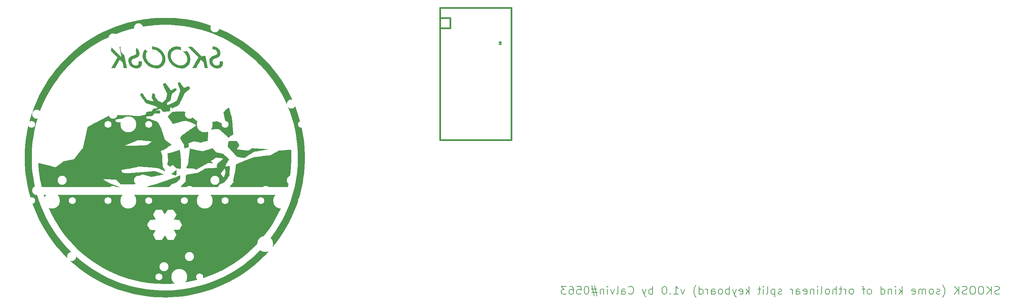
<source format=gbr>
%TF.GenerationSoftware,KiCad,Pcbnew,(6.0.7)*%
%TF.CreationDate,2022-10-26T18:45:43+02:00*%
%TF.ProjectId,skoosk,736b6f6f-736b-42e6-9b69-6361645f7063,rev?*%
%TF.SameCoordinates,Original*%
%TF.FileFunction,Legend,Bot*%
%TF.FilePolarity,Positive*%
%FSLAX46Y46*%
G04 Gerber Fmt 4.6, Leading zero omitted, Abs format (unit mm)*
G04 Created by KiCad (PCBNEW (6.0.7)) date 2022-10-26 18:45:43*
%MOMM*%
%LPD*%
G01*
G04 APERTURE LIST*
%ADD10C,0.150000*%
%ADD11C,0.381000*%
%ADD12R,1.752600X1.752600*%
%ADD13C,1.752600*%
%ADD14R,1.600000X1.600000*%
%ADD15O,1.600000X1.600000*%
%ADD16C,1.750000*%
%ADD17C,3.987800*%
%ADD18C,2.250000*%
%ADD19C,3.048000*%
%ADD20R,2.000000X2.000000*%
%ADD21C,2.000000*%
%ADD22R,3.200000X2.000000*%
G04 APERTURE END LIST*
D10*
X269630047Y-82851523D02*
X269344333Y-82946761D01*
X268868142Y-82946761D01*
X268677666Y-82851523D01*
X268582428Y-82756285D01*
X268487190Y-82565809D01*
X268487190Y-82375333D01*
X268582428Y-82184857D01*
X268677666Y-82089619D01*
X268868142Y-81994380D01*
X269249095Y-81899142D01*
X269439571Y-81803904D01*
X269534809Y-81708666D01*
X269630047Y-81518190D01*
X269630047Y-81327714D01*
X269534809Y-81137238D01*
X269439571Y-81042000D01*
X269249095Y-80946761D01*
X268772904Y-80946761D01*
X268487190Y-81042000D01*
X267630047Y-82946761D02*
X267630047Y-80946761D01*
X266487190Y-82946761D02*
X267344333Y-81803904D01*
X266487190Y-80946761D02*
X267630047Y-82089619D01*
X265249095Y-80946761D02*
X264868142Y-80946761D01*
X264677666Y-81042000D01*
X264487190Y-81232476D01*
X264391952Y-81613428D01*
X264391952Y-82280095D01*
X264487190Y-82661047D01*
X264677666Y-82851523D01*
X264868142Y-82946761D01*
X265249095Y-82946761D01*
X265439571Y-82851523D01*
X265630047Y-82661047D01*
X265725285Y-82280095D01*
X265725285Y-81613428D01*
X265630047Y-81232476D01*
X265439571Y-81042000D01*
X265249095Y-80946761D01*
X263153857Y-80946761D02*
X262772904Y-80946761D01*
X262582428Y-81042000D01*
X262391952Y-81232476D01*
X262296714Y-81613428D01*
X262296714Y-82280095D01*
X262391952Y-82661047D01*
X262582428Y-82851523D01*
X262772904Y-82946761D01*
X263153857Y-82946761D01*
X263344333Y-82851523D01*
X263534809Y-82661047D01*
X263630047Y-82280095D01*
X263630047Y-81613428D01*
X263534809Y-81232476D01*
X263344333Y-81042000D01*
X263153857Y-80946761D01*
X261534809Y-82851523D02*
X261249095Y-82946761D01*
X260772904Y-82946761D01*
X260582428Y-82851523D01*
X260487190Y-82756285D01*
X260391952Y-82565809D01*
X260391952Y-82375333D01*
X260487190Y-82184857D01*
X260582428Y-82089619D01*
X260772904Y-81994380D01*
X261153857Y-81899142D01*
X261344333Y-81803904D01*
X261439571Y-81708666D01*
X261534809Y-81518190D01*
X261534809Y-81327714D01*
X261439571Y-81137238D01*
X261344333Y-81042000D01*
X261153857Y-80946761D01*
X260677666Y-80946761D01*
X260391952Y-81042000D01*
X259534809Y-82946761D02*
X259534809Y-80946761D01*
X258391952Y-82946761D02*
X259249095Y-81803904D01*
X258391952Y-80946761D02*
X259534809Y-82089619D01*
X255439571Y-83708666D02*
X255534809Y-83613428D01*
X255725285Y-83327714D01*
X255820523Y-83137238D01*
X255915761Y-82851523D01*
X256010999Y-82375333D01*
X256010999Y-81994380D01*
X255915761Y-81518190D01*
X255820523Y-81232476D01*
X255725285Y-81042000D01*
X255534809Y-80756285D01*
X255439571Y-80661047D01*
X254772904Y-82851523D02*
X254582428Y-82946761D01*
X254201476Y-82946761D01*
X254010999Y-82851523D01*
X253915761Y-82661047D01*
X253915761Y-82565809D01*
X254010999Y-82375333D01*
X254201476Y-82280095D01*
X254487190Y-82280095D01*
X254677666Y-82184857D01*
X254772904Y-81994380D01*
X254772904Y-81899142D01*
X254677666Y-81708666D01*
X254487190Y-81613428D01*
X254201476Y-81613428D01*
X254010999Y-81708666D01*
X252772904Y-82946761D02*
X252963380Y-82851523D01*
X253058619Y-82756285D01*
X253153857Y-82565809D01*
X253153857Y-81994380D01*
X253058619Y-81803904D01*
X252963380Y-81708666D01*
X252772904Y-81613428D01*
X252487190Y-81613428D01*
X252296714Y-81708666D01*
X252201476Y-81803904D01*
X252106238Y-81994380D01*
X252106238Y-82565809D01*
X252201476Y-82756285D01*
X252296714Y-82851523D01*
X252487190Y-82946761D01*
X252772904Y-82946761D01*
X251249095Y-82946761D02*
X251249095Y-81613428D01*
X251249095Y-81803904D02*
X251153857Y-81708666D01*
X250963380Y-81613428D01*
X250677666Y-81613428D01*
X250487190Y-81708666D01*
X250391952Y-81899142D01*
X250391952Y-82946761D01*
X250391952Y-81899142D02*
X250296714Y-81708666D01*
X250106238Y-81613428D01*
X249820523Y-81613428D01*
X249630047Y-81708666D01*
X249534809Y-81899142D01*
X249534809Y-82946761D01*
X247820523Y-82851523D02*
X248011000Y-82946761D01*
X248391952Y-82946761D01*
X248582428Y-82851523D01*
X248677666Y-82661047D01*
X248677666Y-81899142D01*
X248582428Y-81708666D01*
X248391952Y-81613428D01*
X248011000Y-81613428D01*
X247820523Y-81708666D01*
X247725285Y-81899142D01*
X247725285Y-82089619D01*
X248677666Y-82280095D01*
X245344333Y-82946761D02*
X245344333Y-80946761D01*
X245153857Y-82184857D02*
X244582428Y-82946761D01*
X244582428Y-81613428D02*
X245344333Y-82375333D01*
X243725285Y-82946761D02*
X243725285Y-81613428D01*
X243725285Y-80946761D02*
X243820523Y-81042000D01*
X243725285Y-81137238D01*
X243630047Y-81042000D01*
X243725285Y-80946761D01*
X243725285Y-81137238D01*
X242772904Y-81613428D02*
X242772904Y-82946761D01*
X242772904Y-81803904D02*
X242677666Y-81708666D01*
X242487190Y-81613428D01*
X242201476Y-81613428D01*
X242011000Y-81708666D01*
X241915761Y-81899142D01*
X241915761Y-82946761D01*
X240106238Y-82946761D02*
X240106238Y-80946761D01*
X240106238Y-82851523D02*
X240296714Y-82946761D01*
X240677666Y-82946761D01*
X240868142Y-82851523D01*
X240963380Y-82756285D01*
X241058619Y-82565809D01*
X241058619Y-81994380D01*
X240963380Y-81803904D01*
X240868142Y-81708666D01*
X240677666Y-81613428D01*
X240296714Y-81613428D01*
X240106238Y-81708666D01*
X237344333Y-82946761D02*
X237534809Y-82851523D01*
X237630047Y-82756285D01*
X237725285Y-82565809D01*
X237725285Y-81994380D01*
X237630047Y-81803904D01*
X237534809Y-81708666D01*
X237344333Y-81613428D01*
X237058619Y-81613428D01*
X236868142Y-81708666D01*
X236772904Y-81803904D01*
X236677666Y-81994380D01*
X236677666Y-82565809D01*
X236772904Y-82756285D01*
X236868142Y-82851523D01*
X237058619Y-82946761D01*
X237344333Y-82946761D01*
X236106238Y-81613428D02*
X235344333Y-81613428D01*
X235820523Y-82946761D02*
X235820523Y-81232476D01*
X235725285Y-81042000D01*
X235534809Y-80946761D01*
X235344333Y-80946761D01*
X232868142Y-82946761D02*
X233058619Y-82851523D01*
X233153857Y-82756285D01*
X233249095Y-82565809D01*
X233249095Y-81994380D01*
X233153857Y-81803904D01*
X233058619Y-81708666D01*
X232868142Y-81613428D01*
X232582428Y-81613428D01*
X232391952Y-81708666D01*
X232296714Y-81803904D01*
X232201476Y-81994380D01*
X232201476Y-82565809D01*
X232296714Y-82756285D01*
X232391952Y-82851523D01*
X232582428Y-82946761D01*
X232868142Y-82946761D01*
X231344333Y-82946761D02*
X231344333Y-81613428D01*
X231344333Y-81994380D02*
X231249095Y-81803904D01*
X231153857Y-81708666D01*
X230963380Y-81613428D01*
X230772904Y-81613428D01*
X230391952Y-81613428D02*
X229630047Y-81613428D01*
X230106238Y-80946761D02*
X230106238Y-82661047D01*
X230011000Y-82851523D01*
X229820523Y-82946761D01*
X229630047Y-82946761D01*
X228963380Y-82946761D02*
X228963380Y-80946761D01*
X228106238Y-82946761D02*
X228106238Y-81899142D01*
X228201476Y-81708666D01*
X228391952Y-81613428D01*
X228677666Y-81613428D01*
X228868142Y-81708666D01*
X228963380Y-81803904D01*
X226868142Y-82946761D02*
X227058619Y-82851523D01*
X227153857Y-82756285D01*
X227249095Y-82565809D01*
X227249095Y-81994380D01*
X227153857Y-81803904D01*
X227058619Y-81708666D01*
X226868142Y-81613428D01*
X226582428Y-81613428D01*
X226391952Y-81708666D01*
X226296714Y-81803904D01*
X226201476Y-81994380D01*
X226201476Y-82565809D01*
X226296714Y-82756285D01*
X226391952Y-82851523D01*
X226582428Y-82946761D01*
X226868142Y-82946761D01*
X225058619Y-82946761D02*
X225249095Y-82851523D01*
X225344333Y-82661047D01*
X225344333Y-80946761D01*
X224296714Y-82946761D02*
X224296714Y-81613428D01*
X224296714Y-80946761D02*
X224391952Y-81042000D01*
X224296714Y-81137238D01*
X224201476Y-81042000D01*
X224296714Y-80946761D01*
X224296714Y-81137238D01*
X223344333Y-81613428D02*
X223344333Y-82946761D01*
X223344333Y-81803904D02*
X223249095Y-81708666D01*
X223058619Y-81613428D01*
X222772904Y-81613428D01*
X222582428Y-81708666D01*
X222487190Y-81899142D01*
X222487190Y-82946761D01*
X220772904Y-82851523D02*
X220963380Y-82946761D01*
X221344333Y-82946761D01*
X221534809Y-82851523D01*
X221630047Y-82661047D01*
X221630047Y-81899142D01*
X221534809Y-81708666D01*
X221344333Y-81613428D01*
X220963380Y-81613428D01*
X220772904Y-81708666D01*
X220677666Y-81899142D01*
X220677666Y-82089619D01*
X221630047Y-82280095D01*
X218963380Y-82946761D02*
X218963380Y-81899142D01*
X219058619Y-81708666D01*
X219249095Y-81613428D01*
X219630047Y-81613428D01*
X219820523Y-81708666D01*
X218963380Y-82851523D02*
X219153857Y-82946761D01*
X219630047Y-82946761D01*
X219820523Y-82851523D01*
X219915761Y-82661047D01*
X219915761Y-82470571D01*
X219820523Y-82280095D01*
X219630047Y-82184857D01*
X219153857Y-82184857D01*
X218963380Y-82089619D01*
X218011000Y-82946761D02*
X218011000Y-81613428D01*
X218011000Y-81994380D02*
X217915761Y-81803904D01*
X217820523Y-81708666D01*
X217630047Y-81613428D01*
X217439571Y-81613428D01*
X215344333Y-82851523D02*
X215153857Y-82946761D01*
X214772904Y-82946761D01*
X214582428Y-82851523D01*
X214487190Y-82661047D01*
X214487190Y-82565809D01*
X214582428Y-82375333D01*
X214772904Y-82280095D01*
X215058619Y-82280095D01*
X215249095Y-82184857D01*
X215344333Y-81994380D01*
X215344333Y-81899142D01*
X215249095Y-81708666D01*
X215058619Y-81613428D01*
X214772904Y-81613428D01*
X214582428Y-81708666D01*
X213630047Y-81613428D02*
X213630047Y-83613428D01*
X213630047Y-81708666D02*
X213439571Y-81613428D01*
X213058619Y-81613428D01*
X212868142Y-81708666D01*
X212772904Y-81803904D01*
X212677666Y-81994380D01*
X212677666Y-82565809D01*
X212772904Y-82756285D01*
X212868142Y-82851523D01*
X213058619Y-82946761D01*
X213439571Y-82946761D01*
X213630047Y-82851523D01*
X211534809Y-82946761D02*
X211725285Y-82851523D01*
X211820523Y-82661047D01*
X211820523Y-80946761D01*
X210772904Y-82946761D02*
X210772904Y-81613428D01*
X210772904Y-80946761D02*
X210868142Y-81042000D01*
X210772904Y-81137238D01*
X210677666Y-81042000D01*
X210772904Y-80946761D01*
X210772904Y-81137238D01*
X210106238Y-81613428D02*
X209344333Y-81613428D01*
X209820523Y-80946761D02*
X209820523Y-82661047D01*
X209725285Y-82851523D01*
X209534809Y-82946761D01*
X209344333Y-82946761D01*
X207153857Y-82946761D02*
X207153857Y-80946761D01*
X206963380Y-82184857D02*
X206391952Y-82946761D01*
X206391952Y-81613428D02*
X207153857Y-82375333D01*
X204772904Y-82851523D02*
X204963380Y-82946761D01*
X205344333Y-82946761D01*
X205534809Y-82851523D01*
X205630047Y-82661047D01*
X205630047Y-81899142D01*
X205534809Y-81708666D01*
X205344333Y-81613428D01*
X204963380Y-81613428D01*
X204772904Y-81708666D01*
X204677666Y-81899142D01*
X204677666Y-82089619D01*
X205630047Y-82280095D01*
X204011000Y-81613428D02*
X203534809Y-82946761D01*
X203058619Y-81613428D02*
X203534809Y-82946761D01*
X203725285Y-83422952D01*
X203820523Y-83518190D01*
X204011000Y-83613428D01*
X202296714Y-82946761D02*
X202296714Y-80946761D01*
X202296714Y-81708666D02*
X202106238Y-81613428D01*
X201725285Y-81613428D01*
X201534809Y-81708666D01*
X201439571Y-81803904D01*
X201344333Y-81994380D01*
X201344333Y-82565809D01*
X201439571Y-82756285D01*
X201534809Y-82851523D01*
X201725285Y-82946761D01*
X202106238Y-82946761D01*
X202296714Y-82851523D01*
X200201476Y-82946761D02*
X200391952Y-82851523D01*
X200487190Y-82756285D01*
X200582428Y-82565809D01*
X200582428Y-81994380D01*
X200487190Y-81803904D01*
X200391952Y-81708666D01*
X200201476Y-81613428D01*
X199915761Y-81613428D01*
X199725285Y-81708666D01*
X199630047Y-81803904D01*
X199534809Y-81994380D01*
X199534809Y-82565809D01*
X199630047Y-82756285D01*
X199725285Y-82851523D01*
X199915761Y-82946761D01*
X200201476Y-82946761D01*
X197820523Y-82946761D02*
X197820523Y-81899142D01*
X197915761Y-81708666D01*
X198106238Y-81613428D01*
X198487190Y-81613428D01*
X198677666Y-81708666D01*
X197820523Y-82851523D02*
X198011000Y-82946761D01*
X198487190Y-82946761D01*
X198677666Y-82851523D01*
X198772904Y-82661047D01*
X198772904Y-82470571D01*
X198677666Y-82280095D01*
X198487190Y-82184857D01*
X198011000Y-82184857D01*
X197820523Y-82089619D01*
X196868142Y-82946761D02*
X196868142Y-81613428D01*
X196868142Y-81994380D02*
X196772904Y-81803904D01*
X196677666Y-81708666D01*
X196487190Y-81613428D01*
X196296714Y-81613428D01*
X194772904Y-82946761D02*
X194772904Y-80946761D01*
X194772904Y-82851523D02*
X194963380Y-82946761D01*
X195344333Y-82946761D01*
X195534809Y-82851523D01*
X195630047Y-82756285D01*
X195725285Y-82565809D01*
X195725285Y-81994380D01*
X195630047Y-81803904D01*
X195534809Y-81708666D01*
X195344333Y-81613428D01*
X194963380Y-81613428D01*
X194772904Y-81708666D01*
X194011000Y-83708666D02*
X193915761Y-83613428D01*
X193725285Y-83327714D01*
X193630047Y-83137238D01*
X193534809Y-82851523D01*
X193439571Y-82375333D01*
X193439571Y-81994380D01*
X193534809Y-81518190D01*
X193630047Y-81232476D01*
X193725285Y-81042000D01*
X193915761Y-80756285D01*
X194011000Y-80661047D01*
X191153857Y-81613428D02*
X190677666Y-82946761D01*
X190201476Y-81613428D01*
X188391952Y-82946761D02*
X189534809Y-82946761D01*
X188963380Y-82946761D02*
X188963380Y-80946761D01*
X189153857Y-81232476D01*
X189344333Y-81422952D01*
X189534809Y-81518190D01*
X187534809Y-82756285D02*
X187439571Y-82851523D01*
X187534809Y-82946761D01*
X187630047Y-82851523D01*
X187534809Y-82756285D01*
X187534809Y-82946761D01*
X186201476Y-80946761D02*
X186011000Y-80946761D01*
X185820523Y-81042000D01*
X185725285Y-81137238D01*
X185630047Y-81327714D01*
X185534809Y-81708666D01*
X185534809Y-82184857D01*
X185630047Y-82565809D01*
X185725285Y-82756285D01*
X185820523Y-82851523D01*
X186011000Y-82946761D01*
X186201476Y-82946761D01*
X186391952Y-82851523D01*
X186487190Y-82756285D01*
X186582428Y-82565809D01*
X186677666Y-82184857D01*
X186677666Y-81708666D01*
X186582428Y-81327714D01*
X186487190Y-81137238D01*
X186391952Y-81042000D01*
X186201476Y-80946761D01*
X183153857Y-82946761D02*
X183153857Y-80946761D01*
X183153857Y-81708666D02*
X182963380Y-81613428D01*
X182582428Y-81613428D01*
X182391952Y-81708666D01*
X182296714Y-81803904D01*
X182201476Y-81994380D01*
X182201476Y-82565809D01*
X182296714Y-82756285D01*
X182391952Y-82851523D01*
X182582428Y-82946761D01*
X182963380Y-82946761D01*
X183153857Y-82851523D01*
X181534809Y-81613428D02*
X181058619Y-82946761D01*
X180582428Y-81613428D02*
X181058619Y-82946761D01*
X181249095Y-83422952D01*
X181344333Y-83518190D01*
X181534809Y-83613428D01*
X177153857Y-82756285D02*
X177249095Y-82851523D01*
X177534809Y-82946761D01*
X177725285Y-82946761D01*
X178011000Y-82851523D01*
X178201476Y-82661047D01*
X178296714Y-82470571D01*
X178391952Y-82089619D01*
X178391952Y-81803904D01*
X178296714Y-81422952D01*
X178201476Y-81232476D01*
X178011000Y-81042000D01*
X177725285Y-80946761D01*
X177534809Y-80946761D01*
X177249095Y-81042000D01*
X177153857Y-81137238D01*
X175439571Y-82946761D02*
X175439571Y-81899142D01*
X175534809Y-81708666D01*
X175725285Y-81613428D01*
X176106238Y-81613428D01*
X176296714Y-81708666D01*
X175439571Y-82851523D02*
X175630047Y-82946761D01*
X176106238Y-82946761D01*
X176296714Y-82851523D01*
X176391952Y-82661047D01*
X176391952Y-82470571D01*
X176296714Y-82280095D01*
X176106238Y-82184857D01*
X175630047Y-82184857D01*
X175439571Y-82089619D01*
X174201476Y-82946761D02*
X174391952Y-82851523D01*
X174487190Y-82661047D01*
X174487190Y-80946761D01*
X173630047Y-81613428D02*
X173153857Y-82946761D01*
X172677666Y-81613428D01*
X171915761Y-82946761D02*
X171915761Y-81613428D01*
X171915761Y-80946761D02*
X172011000Y-81042000D01*
X171915761Y-81137238D01*
X171820523Y-81042000D01*
X171915761Y-80946761D01*
X171915761Y-81137238D01*
X170963380Y-81613428D02*
X170963380Y-82946761D01*
X170963380Y-81803904D02*
X170868142Y-81708666D01*
X170677666Y-81613428D01*
X170391952Y-81613428D01*
X170201476Y-81708666D01*
X170106238Y-81899142D01*
X170106238Y-82946761D01*
X169249095Y-81613428D02*
X167820523Y-81613428D01*
X168677666Y-80756285D02*
X169249095Y-83327714D01*
X168011000Y-82470571D02*
X169439571Y-82470571D01*
X168582428Y-83327714D02*
X168011000Y-80756285D01*
X166772904Y-80946761D02*
X166582428Y-80946761D01*
X166391952Y-81042000D01*
X166296714Y-81137238D01*
X166201476Y-81327714D01*
X166106238Y-81708666D01*
X166106238Y-82184857D01*
X166201476Y-82565809D01*
X166296714Y-82756285D01*
X166391952Y-82851523D01*
X166582428Y-82946761D01*
X166772904Y-82946761D01*
X166963380Y-82851523D01*
X167058619Y-82756285D01*
X167153857Y-82565809D01*
X167249095Y-82184857D01*
X167249095Y-81708666D01*
X167153857Y-81327714D01*
X167058619Y-81137238D01*
X166963380Y-81042000D01*
X166772904Y-80946761D01*
X164296714Y-80946761D02*
X165249095Y-80946761D01*
X165344333Y-81899142D01*
X165249095Y-81803904D01*
X165058619Y-81708666D01*
X164582428Y-81708666D01*
X164391952Y-81803904D01*
X164296714Y-81899142D01*
X164201476Y-82089619D01*
X164201476Y-82565809D01*
X164296714Y-82756285D01*
X164391952Y-82851523D01*
X164582428Y-82946761D01*
X165058619Y-82946761D01*
X165249095Y-82851523D01*
X165344333Y-82756285D01*
X162487190Y-80946761D02*
X162868142Y-80946761D01*
X163058619Y-81042000D01*
X163153857Y-81137238D01*
X163344333Y-81422952D01*
X163439571Y-81803904D01*
X163439571Y-82565809D01*
X163344333Y-82756285D01*
X163249095Y-82851523D01*
X163058619Y-82946761D01*
X162677666Y-82946761D01*
X162487190Y-82851523D01*
X162391952Y-82756285D01*
X162296714Y-82565809D01*
X162296714Y-82089619D01*
X162391952Y-81899142D01*
X162487190Y-81803904D01*
X162677666Y-81708666D01*
X163058619Y-81708666D01*
X163249095Y-81803904D01*
X163344333Y-81899142D01*
X163439571Y-82089619D01*
X161630047Y-80946761D02*
X160391952Y-80946761D01*
X161058619Y-81708666D01*
X160772904Y-81708666D01*
X160582428Y-81803904D01*
X160487190Y-81899142D01*
X160391952Y-82089619D01*
X160391952Y-82565809D01*
X160487190Y-82756285D01*
X160582428Y-82851523D01*
X160772904Y-82946761D01*
X161344333Y-82946761D01*
X161534809Y-82851523D01*
X161630047Y-82756285D01*
D11*
%TO.C,U1*%
X130175000Y-11384700D02*
X130175000Y-44404700D01*
X147955000Y-11384700D02*
X130175000Y-11384700D01*
X130175000Y-44404700D02*
X147955000Y-44404700D01*
X132715000Y-13924700D02*
X130175000Y-13924700D01*
X132715000Y-13924700D02*
X132715000Y-16464700D01*
X147955000Y-44404700D02*
X147955000Y-11384700D01*
X132715000Y-16464700D02*
X130175000Y-16464700D01*
G36*
X145009635Y-20613730D02*
G01*
X144909635Y-20613730D01*
X144909635Y-20413730D01*
X145009635Y-20413730D01*
X145009635Y-20613730D01*
G37*
D10*
X145009635Y-20613730D02*
X144909635Y-20613730D01*
X144909635Y-20413730D01*
X145009635Y-20413730D01*
X145009635Y-20613730D01*
G36*
X145409635Y-20613730D02*
G01*
X145309635Y-20613730D01*
X145309635Y-19813730D01*
X145409635Y-19813730D01*
X145409635Y-20613730D01*
G37*
X145409635Y-20613730D02*
X145309635Y-20613730D01*
X145309635Y-19813730D01*
X145409635Y-19813730D01*
X145409635Y-20613730D01*
G36*
X145009635Y-20113730D02*
G01*
X144909635Y-20113730D01*
X144909635Y-19813730D01*
X145009635Y-19813730D01*
X145009635Y-20113730D01*
G37*
X145009635Y-20113730D02*
X144909635Y-20113730D01*
X144909635Y-19813730D01*
X145009635Y-19813730D01*
X145009635Y-20113730D01*
G36*
X145409635Y-19913730D02*
G01*
X144909635Y-19913730D01*
X144909635Y-19813730D01*
X145409635Y-19813730D01*
X145409635Y-19913730D01*
G37*
X145409635Y-19913730D02*
X144909635Y-19913730D01*
X144909635Y-19813730D01*
X145409635Y-19813730D01*
X145409635Y-19913730D01*
G36*
X145209635Y-20313730D02*
G01*
X145109635Y-20313730D01*
X145109635Y-20213730D01*
X145209635Y-20213730D01*
X145209635Y-20313730D01*
G37*
X145209635Y-20313730D02*
X145109635Y-20313730D01*
X145109635Y-20213730D01*
X145209635Y-20213730D01*
X145209635Y-20313730D01*
%TO.C,Gback*%
G36*
X78383914Y-40521056D02*
G01*
X78387345Y-40560940D01*
X78389795Y-40589428D01*
X78392736Y-40623613D01*
X78395677Y-40657799D01*
X78399108Y-40697682D01*
X78412340Y-40851518D01*
X78433500Y-41098460D01*
X78463199Y-41448421D01*
X78490734Y-41776799D01*
X78515564Y-42076946D01*
X78537150Y-42342216D01*
X78554954Y-42565961D01*
X78568437Y-42741534D01*
X78577057Y-42862288D01*
X78580278Y-42921577D01*
X78582069Y-43060141D01*
X78300036Y-43174293D01*
X78096422Y-43270818D01*
X77874714Y-43414808D01*
X77698078Y-43576996D01*
X77578163Y-43748123D01*
X77499704Y-43902503D01*
X77263161Y-43698580D01*
X77244710Y-43682588D01*
X77146556Y-43596217D01*
X77008912Y-43473767D01*
X76840518Y-43323073D01*
X76650117Y-43151971D01*
X76446450Y-42968296D01*
X76238258Y-42779885D01*
X76179752Y-42726862D01*
X75973254Y-42540059D01*
X75774634Y-42360877D01*
X75592434Y-42196991D01*
X75435197Y-42056075D01*
X75311465Y-41945803D01*
X75229779Y-41873851D01*
X75009659Y-41682590D01*
X73796066Y-41728529D01*
X73551971Y-41738194D01*
X73279517Y-41750017D01*
X73031813Y-41761865D01*
X72817574Y-41773269D01*
X72645519Y-41783762D01*
X72524363Y-41792875D01*
X72462822Y-41800140D01*
X72431378Y-41807402D01*
X72370655Y-41833082D01*
X72339345Y-41883212D01*
X72320067Y-41979647D01*
X72313394Y-42048377D01*
X72306125Y-42179714D01*
X72299860Y-42352670D01*
X72295107Y-42552865D01*
X72292371Y-42765919D01*
X72291237Y-42883302D01*
X72287151Y-43135980D01*
X72281043Y-43394864D01*
X72273308Y-43650634D01*
X72264339Y-43893968D01*
X72254533Y-44115545D01*
X72244283Y-44306044D01*
X72233983Y-44456145D01*
X72224030Y-44556525D01*
X72214816Y-44597865D01*
X72203542Y-44603595D01*
X72137866Y-44623954D01*
X72028994Y-44651745D01*
X71893174Y-44682683D01*
X71822510Y-44698336D01*
X71654803Y-44737029D01*
X71451208Y-44785367D01*
X71231226Y-44838699D01*
X71014356Y-44892371D01*
X70437626Y-45036797D01*
X69988784Y-44958152D01*
X69819521Y-44928493D01*
X69577591Y-44886099D01*
X69336551Y-44843858D01*
X69129630Y-44807594D01*
X68719318Y-44735680D01*
X68206615Y-44935633D01*
X68109568Y-44973564D01*
X67927282Y-45045242D01*
X67764236Y-45109887D01*
X67635266Y-45161603D01*
X67555206Y-45194495D01*
X67416500Y-45253405D01*
X67465681Y-45703068D01*
X67469691Y-45740243D01*
X67485871Y-45903273D01*
X67496959Y-46037539D01*
X67501990Y-46129994D01*
X67500002Y-46167592D01*
X67480393Y-46175599D01*
X67404121Y-46199938D01*
X67281123Y-46236538D01*
X67122662Y-46282068D01*
X66939998Y-46333198D01*
X66394855Y-46483944D01*
X66371314Y-46353164D01*
X66367262Y-46329256D01*
X66350995Y-46218082D01*
X66331997Y-46072019D01*
X66313591Y-45916211D01*
X66279407Y-45610037D01*
X65818991Y-44857401D01*
X65711402Y-44680614D01*
X65594927Y-44487004D01*
X65494154Y-44317082D01*
X65414142Y-44179468D01*
X65359949Y-44082779D01*
X65336635Y-44035636D01*
X65335364Y-44030706D01*
X65341633Y-43976513D01*
X65378922Y-43889020D01*
X65450725Y-43761216D01*
X65560533Y-43586088D01*
X65806372Y-43205669D01*
X66443773Y-42751395D01*
X66540485Y-42682765D01*
X66753071Y-42533210D01*
X67002812Y-42358799D01*
X67277169Y-42168235D01*
X67563601Y-41970216D01*
X67849570Y-41773444D01*
X68122537Y-41586617D01*
X68250381Y-41499339D01*
X68524985Y-41311338D01*
X68749520Y-41156580D01*
X68928729Y-41031599D01*
X69067354Y-40932926D01*
X69170139Y-40857095D01*
X69241827Y-40800637D01*
X69287160Y-40760086D01*
X69310882Y-40731973D01*
X69317735Y-40712832D01*
X69313335Y-40703268D01*
X69307156Y-40697682D01*
X69351921Y-40697682D01*
X69369013Y-40714775D01*
X69386106Y-40697682D01*
X69369013Y-40680590D01*
X69351921Y-40697682D01*
X69307156Y-40697682D01*
X69274417Y-40668082D01*
X69426339Y-40668082D01*
X69454478Y-40680590D01*
X69472576Y-40678122D01*
X69477268Y-40657799D01*
X69472258Y-40653708D01*
X69431687Y-40657799D01*
X69426339Y-40668082D01*
X69274417Y-40668082D01*
X69265482Y-40660004D01*
X69228496Y-40633896D01*
X69528896Y-40633896D01*
X69557035Y-40646404D01*
X69575133Y-40643937D01*
X69579825Y-40623613D01*
X69574815Y-40619522D01*
X69534244Y-40623613D01*
X69528896Y-40633896D01*
X69228496Y-40633896D01*
X69180066Y-40599710D01*
X69631453Y-40599710D01*
X69659592Y-40612218D01*
X69677690Y-40609751D01*
X69682383Y-40589428D01*
X69677372Y-40585336D01*
X69636802Y-40589428D01*
X69631453Y-40599710D01*
X69180066Y-40599710D01*
X69175759Y-40596670D01*
X69119524Y-40560940D01*
X69727964Y-40560940D01*
X69745056Y-40578032D01*
X69762149Y-40560940D01*
X69745056Y-40543847D01*
X69727964Y-40560940D01*
X69119524Y-40560940D01*
X69072936Y-40531339D01*
X69802382Y-40531339D01*
X69830521Y-40543847D01*
X69848619Y-40541380D01*
X69853311Y-40521056D01*
X69848301Y-40516965D01*
X69807730Y-40521056D01*
X69802382Y-40531339D01*
X69072936Y-40531339D01*
X69057669Y-40521639D01*
X69016121Y-40497153D01*
X69904939Y-40497153D01*
X69933078Y-40509661D01*
X69951176Y-40507194D01*
X69955869Y-40486870D01*
X69950858Y-40482779D01*
X69910288Y-40486870D01*
X69904939Y-40497153D01*
X69016121Y-40497153D01*
X68958113Y-40462967D01*
X70007496Y-40462967D01*
X70035635Y-40475475D01*
X70053733Y-40473008D01*
X70058426Y-40452685D01*
X70053415Y-40448593D01*
X70012845Y-40452685D01*
X70007496Y-40462967D01*
X68958113Y-40462967D01*
X68924713Y-40443283D01*
X68889743Y-40424197D01*
X70104007Y-40424197D01*
X70121100Y-40441289D01*
X70138192Y-40424197D01*
X70121100Y-40407104D01*
X70104007Y-40424197D01*
X68889743Y-40424197D01*
X68790391Y-40369972D01*
X68668206Y-40310079D01*
X68645011Y-40299777D01*
X68516851Y-40245817D01*
X68348384Y-40178036D01*
X68158827Y-40104071D01*
X67967398Y-40031561D01*
X67920809Y-40014153D01*
X67728117Y-39941013D01*
X67542052Y-39868778D01*
X67381810Y-39804967D01*
X67266591Y-39757097D01*
X67145045Y-39710564D01*
X66959099Y-39664183D01*
X66736712Y-39637675D01*
X66678523Y-39633532D01*
X66569196Y-39628583D01*
X66470586Y-39630883D01*
X66367336Y-39642510D01*
X66244093Y-39665541D01*
X66085503Y-39702056D01*
X65876209Y-39754131D01*
X65792456Y-39775519D01*
X65571361Y-39833381D01*
X65310958Y-39902976D01*
X65029316Y-39979415D01*
X64744505Y-40057811D01*
X64474594Y-40133275D01*
X64275645Y-40188853D01*
X64057633Y-40248378D01*
X63866596Y-40299057D01*
X63712215Y-40338374D01*
X63604174Y-40363815D01*
X63552156Y-40372864D01*
X63501232Y-40355975D01*
X63441284Y-40293674D01*
X63367635Y-40176350D01*
X63285221Y-40037091D01*
X63159072Y-39837238D01*
X63012599Y-39615183D01*
X62857428Y-39388185D01*
X62705183Y-39173502D01*
X62567491Y-38988396D01*
X62515463Y-38920429D01*
X62417431Y-38790844D01*
X62333424Y-38677948D01*
X62277394Y-38600398D01*
X62197593Y-38485887D01*
X63317361Y-37364573D01*
X63505772Y-37364567D01*
X63596964Y-37361905D01*
X63743512Y-37354261D01*
X63929382Y-37342554D01*
X64140003Y-37327702D01*
X64360803Y-37310624D01*
X64507154Y-37299732D01*
X64797298Y-37282087D01*
X65105193Y-37267435D01*
X65402245Y-37257060D01*
X65659861Y-37252247D01*
X66292297Y-37247804D01*
X66852127Y-37571128D01*
X67103412Y-37722458D01*
X67362537Y-37889932D01*
X67603194Y-38056396D01*
X67803852Y-38207453D01*
X67818141Y-38218893D01*
X67983693Y-38354416D01*
X68172940Y-38513931D01*
X68380083Y-38692152D01*
X68599322Y-38883790D01*
X68824859Y-39083558D01*
X69050893Y-39286169D01*
X69271625Y-39486336D01*
X69481257Y-39678770D01*
X69673987Y-39858184D01*
X69844018Y-40019291D01*
X69985549Y-40156804D01*
X70092782Y-40265434D01*
X70159916Y-40339895D01*
X70181153Y-40374899D01*
X70187989Y-40384305D01*
X70242451Y-40392158D01*
X70334989Y-40387001D01*
X70533200Y-40363176D01*
X71072304Y-40290538D01*
X71675146Y-40199094D01*
X72340364Y-40089057D01*
X73066595Y-39960639D01*
X73119855Y-39950968D01*
X73410715Y-39898685D01*
X73682093Y-39850768D01*
X73926030Y-39808563D01*
X74134568Y-39773414D01*
X74299749Y-39746666D01*
X74413616Y-39729665D01*
X74468210Y-39723755D01*
X74500027Y-39730205D01*
X74592793Y-39762135D01*
X74730721Y-39817117D01*
X74903998Y-39891041D01*
X75102806Y-39979797D01*
X75317331Y-40079276D01*
X76047745Y-40424197D01*
X76069417Y-40434431D01*
X76146685Y-40343849D01*
X76169151Y-40316008D01*
X76236232Y-40226245D01*
X76321577Y-40106602D01*
X76412138Y-39975200D01*
X76600325Y-39697132D01*
X76498052Y-39206021D01*
X76492851Y-39181097D01*
X76443988Y-38950231D01*
X76387326Y-38687047D01*
X76329480Y-38422081D01*
X76277065Y-38185872D01*
X76158350Y-37656834D01*
X76318939Y-37352261D01*
X76414645Y-37184246D01*
X76528638Y-37025210D01*
X76650515Y-36902260D01*
X76654127Y-36899200D01*
X76744039Y-36827577D01*
X76863085Y-36738613D01*
X76999254Y-36640597D01*
X77140532Y-36541817D01*
X77274906Y-36450561D01*
X77390364Y-36375117D01*
X77474892Y-36323772D01*
X77516477Y-36304816D01*
X77516837Y-36304868D01*
X77533953Y-36338747D01*
X77564462Y-36428305D01*
X77605265Y-36563308D01*
X77653264Y-36733520D01*
X77705360Y-36928705D01*
X77751066Y-37103117D01*
X77824848Y-37381000D01*
X77905068Y-37679807D01*
X77984742Y-37973567D01*
X78056889Y-38236310D01*
X78246193Y-38920024D01*
X78378032Y-40452685D01*
X78380973Y-40486870D01*
X78383914Y-40521056D01*
G37*
G36*
X65373663Y-53263672D02*
G01*
X65380112Y-53352004D01*
X65385838Y-53481463D01*
X65390064Y-53637855D01*
X65397705Y-54030119D01*
X65058729Y-54385157D01*
X64997788Y-54447878D01*
X64849454Y-54593289D01*
X64693320Y-54738091D01*
X64538769Y-54874350D01*
X64395181Y-54994136D01*
X64271940Y-55089518D01*
X64178427Y-55152563D01*
X64124024Y-55175341D01*
X64120670Y-55175550D01*
X64064876Y-55185478D01*
X63958689Y-55208084D01*
X63815909Y-55240343D01*
X63650337Y-55279227D01*
X63215581Y-55383113D01*
X62890817Y-55773129D01*
X62566052Y-56163144D01*
X59788462Y-56164935D01*
X59391630Y-56164950D01*
X58926047Y-56164274D01*
X58503272Y-56162856D01*
X58126500Y-56160730D01*
X57798927Y-56157929D01*
X57523747Y-56154490D01*
X57304157Y-56150445D01*
X57143350Y-56145830D01*
X57044523Y-56140679D01*
X57010871Y-56135026D01*
X57042664Y-56102872D01*
X57135832Y-56057018D01*
X57285047Y-55999514D01*
X57484977Y-55932154D01*
X57730292Y-55856734D01*
X58015659Y-55775050D01*
X58335748Y-55688896D01*
X58401901Y-55671315D01*
X58683959Y-55591775D01*
X59021866Y-55490439D01*
X59409296Y-55369309D01*
X59839926Y-55230385D01*
X60307432Y-55075671D01*
X60805487Y-54907168D01*
X61299380Y-54738105D01*
X61832830Y-54554745D01*
X62309726Y-54389825D01*
X62734612Y-54241690D01*
X63112033Y-54108684D01*
X63446534Y-53989151D01*
X63742660Y-53881435D01*
X64004956Y-53783881D01*
X64237967Y-53694832D01*
X64446237Y-53612632D01*
X64634312Y-53535626D01*
X64806737Y-53462158D01*
X64968056Y-53390571D01*
X64980126Y-53385118D01*
X65126698Y-53320629D01*
X65248414Y-53270138D01*
X65332896Y-53238591D01*
X65367763Y-53230931D01*
X65373663Y-53263672D01*
G37*
G36*
X79659732Y-44970803D02*
G01*
X79729688Y-45073540D01*
X79836722Y-45238598D01*
X79932798Y-45395318D01*
X80003252Y-45520245D01*
X80120412Y-45745019D01*
X79911368Y-46041674D01*
X79757218Y-46262786D01*
X79627371Y-46455138D01*
X79538623Y-46594998D01*
X79490493Y-46683125D01*
X79482502Y-46720278D01*
X79485497Y-46721883D01*
X79538023Y-46733602D01*
X79647325Y-46751512D01*
X79804213Y-46774468D01*
X79999495Y-46801326D01*
X80223980Y-46830941D01*
X80468478Y-46862169D01*
X80723797Y-46893866D01*
X80980746Y-46924887D01*
X81230135Y-46954087D01*
X81462771Y-46980322D01*
X81669464Y-47002449D01*
X81841023Y-47019321D01*
X81968257Y-47029796D01*
X82390941Y-47058362D01*
X82648752Y-46867741D01*
X82688397Y-46838527D01*
X82830200Y-46735294D01*
X82967017Y-46637315D01*
X83073972Y-46562449D01*
X83241380Y-46447778D01*
X83996987Y-46506774D01*
X84113660Y-46515520D01*
X84367082Y-46532963D01*
X84665462Y-46551982D01*
X84993829Y-46571690D01*
X85337216Y-46591200D01*
X85680651Y-46609624D01*
X86009166Y-46626074D01*
X86019086Y-46626551D01*
X86304963Y-46640872D01*
X86568851Y-46655174D01*
X86803031Y-46668959D01*
X86999783Y-46681726D01*
X87151389Y-46692976D01*
X87250129Y-46702207D01*
X87288283Y-46708921D01*
X87293287Y-46715153D01*
X87279489Y-46731553D01*
X87277400Y-46731696D01*
X87227064Y-46740195D01*
X87122040Y-46760292D01*
X86973045Y-46789865D01*
X86790792Y-46826790D01*
X86585996Y-46868946D01*
X86554593Y-46875419D01*
X86336474Y-46918952D01*
X86069356Y-46970381D01*
X85768967Y-47026780D01*
X85451032Y-47085223D01*
X85131278Y-47142782D01*
X84825430Y-47196533D01*
X83727021Y-47386816D01*
X83333886Y-47619621D01*
X83240381Y-47676181D01*
X83068612Y-47783330D01*
X82862704Y-47914483D01*
X82635800Y-48061185D01*
X82401041Y-48214980D01*
X82171571Y-48367413D01*
X82062219Y-48440563D01*
X81854637Y-48578626D01*
X81692838Y-48684252D01*
X81569361Y-48761556D01*
X81476744Y-48814659D01*
X81407526Y-48847677D01*
X81354245Y-48864728D01*
X81309439Y-48869932D01*
X81265649Y-48867405D01*
X81076946Y-48846545D01*
X80820789Y-48817368D01*
X80604265Y-48791267D01*
X80409910Y-48766029D01*
X80220266Y-48739441D01*
X80017869Y-48709290D01*
X79972977Y-48702378D01*
X79805703Y-48675196D01*
X79665266Y-48650190D01*
X79565276Y-48629886D01*
X79519347Y-48616809D01*
X79517824Y-48615720D01*
X79481318Y-48579443D01*
X79406601Y-48499368D01*
X79299820Y-48382275D01*
X79167118Y-48234943D01*
X79014643Y-48064154D01*
X78848537Y-47876686D01*
X78728488Y-47741377D01*
X78517439Y-47506044D01*
X78297775Y-47263772D01*
X78082862Y-47029197D01*
X77886064Y-46816955D01*
X77720750Y-46641684D01*
X77226757Y-46124582D01*
X77239437Y-45906691D01*
X77243644Y-45842507D01*
X77255909Y-45690633D01*
X77272228Y-45515907D01*
X77291139Y-45331321D01*
X77311181Y-45149865D01*
X77330892Y-44984534D01*
X77348813Y-44848318D01*
X77363481Y-44754210D01*
X77373436Y-44715202D01*
X77389009Y-44711376D01*
X77463596Y-44704076D01*
X77590103Y-44695947D01*
X77758271Y-44687388D01*
X77957837Y-44678796D01*
X78178542Y-44670572D01*
X78410126Y-44663113D01*
X78642328Y-44656820D01*
X78864888Y-44652092D01*
X79067545Y-44649326D01*
X79433370Y-44646135D01*
X79659732Y-44970803D01*
G37*
G36*
X92908508Y-46840893D02*
G01*
X92961230Y-46850089D01*
X92992059Y-46866576D01*
X93007786Y-46890598D01*
X93015200Y-46922398D01*
X93021093Y-46962218D01*
X93024175Y-46989325D01*
X93030540Y-47087276D01*
X93037470Y-47239267D01*
X93044639Y-47435988D01*
X93051724Y-47668132D01*
X93058399Y-47926389D01*
X93064339Y-48201451D01*
X93064599Y-48214943D01*
X93062525Y-49603772D01*
X93001926Y-50967272D01*
X92881774Y-52317014D01*
X92701041Y-53664568D01*
X92458701Y-55021505D01*
X92421402Y-55206777D01*
X92374741Y-55435863D01*
X92332377Y-55640924D01*
X92296558Y-55811198D01*
X92269528Y-55935926D01*
X92253535Y-56004345D01*
X92219541Y-56132541D01*
X77761611Y-56132541D01*
X77761611Y-56052221D01*
X77762132Y-56043253D01*
X77791612Y-55957726D01*
X77859348Y-55838814D01*
X77955615Y-55698625D01*
X78070686Y-55549271D01*
X78194833Y-55402861D01*
X78318332Y-55271505D01*
X78431454Y-55167314D01*
X78524474Y-55102399D01*
X78597810Y-55061807D01*
X78635837Y-55022132D01*
X78645151Y-54961862D01*
X78636599Y-54857290D01*
X78628846Y-54782712D01*
X78612954Y-54628168D01*
X78601905Y-54500031D01*
X78596925Y-54387976D01*
X78599242Y-54281682D01*
X78610079Y-54170824D01*
X78630665Y-54045079D01*
X78662225Y-53894126D01*
X78705985Y-53707639D01*
X78763171Y-53475297D01*
X78835009Y-53186775D01*
X78862093Y-53077758D01*
X78929503Y-52804386D01*
X78983197Y-52580344D01*
X79025395Y-52393041D01*
X79058317Y-52229891D01*
X79084184Y-52078304D01*
X79105218Y-51925693D01*
X79123638Y-51759469D01*
X79141665Y-51567043D01*
X79161520Y-51335827D01*
X79174677Y-51183273D01*
X79194314Y-50967473D01*
X79212541Y-50780646D01*
X79228347Y-50632588D01*
X79240721Y-50533093D01*
X79248652Y-50491957D01*
X79263011Y-50482792D01*
X79335655Y-50448869D01*
X79465751Y-50392995D01*
X79649314Y-50316764D01*
X79882363Y-50221769D01*
X80160914Y-50109604D01*
X80480984Y-49981863D01*
X80838590Y-49840138D01*
X81229748Y-49686024D01*
X81650476Y-49521114D01*
X82096790Y-49347002D01*
X82564707Y-49165280D01*
X83624464Y-48754612D01*
X84991894Y-48560773D01*
X85300833Y-48517231D01*
X85648662Y-48468727D01*
X85995974Y-48420780D01*
X86329336Y-48375224D01*
X86635317Y-48333895D01*
X86900485Y-48298626D01*
X87111409Y-48271253D01*
X87863495Y-48175573D01*
X88940346Y-47618790D01*
X90017196Y-47062006D01*
X90444518Y-47033205D01*
X90564515Y-47024572D01*
X90761963Y-47009231D01*
X91000846Y-46989806D01*
X91266476Y-46967516D01*
X91544166Y-46943579D01*
X91819228Y-46919212D01*
X92078837Y-46895783D01*
X92342881Y-46872165D01*
X92551080Y-46854625D01*
X92710223Y-46843404D01*
X92827103Y-46838745D01*
X92908508Y-46840893D01*
G37*
G36*
X69574128Y-22391222D02*
G01*
X69701021Y-22518049D01*
X69940290Y-22756633D01*
X70162787Y-22977771D01*
X70364015Y-23177035D01*
X70539477Y-23349997D01*
X70684674Y-23492230D01*
X70795111Y-23599306D01*
X70866289Y-23666799D01*
X70893712Y-23690280D01*
X70894171Y-23689857D01*
X70890946Y-23650498D01*
X70875552Y-23552298D01*
X70849333Y-23402582D01*
X70813635Y-23208677D01*
X70769805Y-22977908D01*
X70719187Y-22717601D01*
X70663127Y-22435081D01*
X70658249Y-22410722D01*
X70601746Y-22127347D01*
X70549860Y-21864937D01*
X70504077Y-21631169D01*
X70465881Y-21433718D01*
X70436759Y-21280260D01*
X70418196Y-21178470D01*
X70411678Y-21136023D01*
X70412048Y-21132547D01*
X70435564Y-21113424D01*
X70501798Y-21100966D01*
X70619268Y-21094203D01*
X70796489Y-21092164D01*
X71181300Y-21092164D01*
X72247720Y-26427222D01*
X71852555Y-26417634D01*
X71457391Y-26408046D01*
X71314927Y-25695155D01*
X71172463Y-24982265D01*
X70852571Y-24661037D01*
X70825890Y-24634323D01*
X70708754Y-24518990D01*
X70610639Y-24425453D01*
X70541156Y-24362722D01*
X70509919Y-24339809D01*
X70492804Y-24361787D01*
X70445214Y-24436985D01*
X70371545Y-24559140D01*
X70275771Y-24721510D01*
X70161863Y-24917351D01*
X70033796Y-25139920D01*
X69895543Y-25382474D01*
X69303927Y-26425139D01*
X68354958Y-26425139D01*
X68422177Y-26314035D01*
X68432312Y-26296913D01*
X68477405Y-26219087D01*
X68550532Y-26091820D01*
X68647755Y-25922006D01*
X68765134Y-25716538D01*
X68898728Y-25482311D01*
X69044598Y-25226217D01*
X69198804Y-24955152D01*
X69908212Y-23707373D01*
X68582316Y-22399769D01*
X67256421Y-21092164D01*
X68275407Y-21092164D01*
X69574128Y-22391222D01*
G37*
G36*
X96410954Y-50106697D02*
G01*
X96393936Y-50618140D01*
X96368393Y-51113627D01*
X96333673Y-51605984D01*
X96289122Y-52108041D01*
X96234087Y-52632627D01*
X96167914Y-53192568D01*
X96125320Y-53523630D01*
X95890162Y-55026463D01*
X95588663Y-56515939D01*
X95221804Y-57989824D01*
X94790567Y-59445881D01*
X94295935Y-60881875D01*
X93738891Y-62295573D01*
X93120417Y-63684738D01*
X92441495Y-65047135D01*
X91703107Y-66380529D01*
X90906236Y-67682686D01*
X90051865Y-68951370D01*
X89140975Y-70184346D01*
X88174549Y-71379378D01*
X87676086Y-71953451D01*
X86971320Y-72720759D01*
X86226881Y-73485352D01*
X85457011Y-74233103D01*
X84675953Y-74949884D01*
X83897950Y-75621567D01*
X83812472Y-75692716D01*
X82605190Y-76650556D01*
X81361711Y-77551355D01*
X80084054Y-78394339D01*
X78774243Y-79178728D01*
X77434300Y-79903748D01*
X76066246Y-80568621D01*
X74672104Y-81172570D01*
X73253896Y-81714819D01*
X71813644Y-82194590D01*
X70353370Y-82611108D01*
X68875096Y-82963594D01*
X67380845Y-83251273D01*
X65872638Y-83473368D01*
X64352497Y-83629101D01*
X62822445Y-83717697D01*
X61770570Y-83740723D01*
X60339438Y-83723390D01*
X58923370Y-83648513D01*
X57508899Y-83515581D01*
X56895665Y-83439991D01*
X55374804Y-83204773D01*
X53870258Y-82903864D01*
X52383999Y-82538115D01*
X50917997Y-82108377D01*
X49474224Y-81615503D01*
X48054650Y-81060343D01*
X46661247Y-80443750D01*
X45295987Y-79766575D01*
X43960839Y-79029670D01*
X42657776Y-78233886D01*
X41388768Y-77380075D01*
X40155787Y-76469089D01*
X38960803Y-75501779D01*
X38734719Y-75308243D01*
X38057757Y-74705328D01*
X37370345Y-74060175D01*
X36686885Y-73387185D01*
X36021777Y-72700757D01*
X35389421Y-72015293D01*
X34804217Y-71345193D01*
X34406677Y-70867076D01*
X33462749Y-69657297D01*
X32575292Y-68410076D01*
X31745180Y-67127437D01*
X30973289Y-65811406D01*
X30260494Y-64464009D01*
X29607669Y-63087271D01*
X29015691Y-61683218D01*
X28485433Y-60253875D01*
X28017773Y-58801268D01*
X27613584Y-57327423D01*
X27273742Y-55834364D01*
X26999122Y-54324117D01*
X26790600Y-52798708D01*
X26698217Y-51882881D01*
X26598173Y-50354208D01*
X26564769Y-48821304D01*
X26565233Y-48799701D01*
X28327426Y-48799701D01*
X28327836Y-48989048D01*
X28347971Y-50097384D01*
X28399474Y-51162151D01*
X28483828Y-52198822D01*
X28602512Y-53222871D01*
X28757005Y-54249769D01*
X28948789Y-55294991D01*
X28955971Y-55330964D01*
X29281931Y-56787150D01*
X29671261Y-58219921D01*
X30122531Y-59627599D01*
X30634307Y-61008504D01*
X31205157Y-62360954D01*
X31833648Y-63683270D01*
X32518349Y-64973773D01*
X33257825Y-66230781D01*
X34050645Y-67452615D01*
X34895377Y-68637595D01*
X35790587Y-69784041D01*
X36734844Y-70890273D01*
X37726714Y-71954611D01*
X38764766Y-72975374D01*
X39847566Y-73950883D01*
X40973683Y-74879457D01*
X42141683Y-75759417D01*
X43350135Y-76589082D01*
X44597606Y-77366772D01*
X45882662Y-78090808D01*
X47203873Y-78759510D01*
X48559804Y-79371196D01*
X49949025Y-79924188D01*
X51194937Y-80360246D01*
X52549960Y-80771967D01*
X53919258Y-81123021D01*
X55308031Y-81414491D01*
X56721475Y-81647458D01*
X58164789Y-81823005D01*
X59643172Y-81942214D01*
X59673141Y-81943894D01*
X59834178Y-81950224D01*
X60050838Y-81955747D01*
X60312900Y-81960428D01*
X60610139Y-81964234D01*
X60932331Y-81967134D01*
X61269254Y-81969092D01*
X61610684Y-81970077D01*
X61946397Y-81970055D01*
X62266170Y-81968994D01*
X62559780Y-81966858D01*
X62817003Y-81963617D01*
X63027616Y-81959236D01*
X63181396Y-81953683D01*
X63238454Y-81950756D01*
X64734725Y-81838706D01*
X66221778Y-81659467D01*
X67697218Y-81413663D01*
X69158653Y-81101915D01*
X70603689Y-80724846D01*
X72029933Y-80283078D01*
X73434991Y-79777233D01*
X74816469Y-79207935D01*
X76171974Y-78575804D01*
X77339777Y-77970738D01*
X78627506Y-77234717D01*
X79872773Y-76446917D01*
X81077954Y-75605587D01*
X82245425Y-74708976D01*
X83377563Y-73755335D01*
X84476744Y-72742912D01*
X85545342Y-71669957D01*
X85559698Y-71654915D01*
X86567024Y-70549667D01*
X87520347Y-69403601D01*
X88418705Y-68218841D01*
X89261136Y-66997512D01*
X90046678Y-65741737D01*
X90774370Y-64453640D01*
X91443251Y-63135346D01*
X92052357Y-61788979D01*
X92600728Y-60416662D01*
X93087402Y-59020519D01*
X93511417Y-57602676D01*
X93871811Y-56165254D01*
X94167623Y-54710380D01*
X94397891Y-53240176D01*
X94561653Y-51756767D01*
X94640910Y-50632869D01*
X94687981Y-49143524D01*
X94669586Y-47655045D01*
X94586125Y-46171214D01*
X94437998Y-44695816D01*
X94225607Y-43232633D01*
X93949351Y-41785449D01*
X93609631Y-40358047D01*
X93206847Y-38954210D01*
X93097418Y-38610096D01*
X92599965Y-37183624D01*
X92041531Y-35788071D01*
X91422129Y-34423456D01*
X90741771Y-33089800D01*
X90000467Y-31787125D01*
X89198230Y-30515451D01*
X88335072Y-29274800D01*
X87411004Y-28065191D01*
X86426038Y-26886646D01*
X86302324Y-26747289D01*
X86067237Y-26491070D01*
X85796080Y-26203824D01*
X85497945Y-25894644D01*
X85181924Y-25572622D01*
X84857110Y-25246850D01*
X84532593Y-24926420D01*
X84217467Y-24620424D01*
X83920823Y-24337953D01*
X83651753Y-24088101D01*
X83419350Y-23879958D01*
X82510981Y-23113481D01*
X81309646Y-22177337D01*
X80076664Y-21301395D01*
X78813190Y-20486126D01*
X77520379Y-19732000D01*
X76199384Y-19039488D01*
X74851361Y-18409060D01*
X73477464Y-17841186D01*
X72078847Y-17336336D01*
X70656664Y-16894980D01*
X69212070Y-16517589D01*
X67746220Y-16204633D01*
X66260268Y-15956583D01*
X64755368Y-15773907D01*
X63232674Y-15657078D01*
X63099792Y-15650258D01*
X62500551Y-15628990D01*
X61855498Y-15619821D01*
X61181953Y-15622429D01*
X60497233Y-15636491D01*
X59818660Y-15661686D01*
X59163552Y-15697692D01*
X58549229Y-15744186D01*
X58502217Y-15748347D01*
X57021271Y-15914515D01*
X55553091Y-16147028D01*
X54099929Y-16444866D01*
X52664037Y-16807010D01*
X51247666Y-17232442D01*
X49853070Y-17720144D01*
X48482500Y-18269096D01*
X47138208Y-18878280D01*
X45822447Y-19546678D01*
X44537468Y-20273270D01*
X43285523Y-21057039D01*
X42068865Y-21896964D01*
X40889746Y-22792029D01*
X39750417Y-23741213D01*
X38653132Y-24743499D01*
X37779637Y-25605335D01*
X36918001Y-26515862D01*
X36106642Y-27440516D01*
X35336461Y-28390103D01*
X34598360Y-29375424D01*
X33883241Y-30407284D01*
X33411506Y-31133740D01*
X32635225Y-32426093D01*
X31922194Y-33744324D01*
X31272506Y-35088214D01*
X30686254Y-36457539D01*
X30163529Y-37852078D01*
X29704424Y-39271610D01*
X29309032Y-40715912D01*
X28977445Y-42184762D01*
X28839704Y-42899761D01*
X28676515Y-43873360D01*
X28546580Y-44829161D01*
X28448303Y-45783429D01*
X28380084Y-46752431D01*
X28340324Y-47752433D01*
X28327426Y-48799701D01*
X26565233Y-48799701D01*
X26597730Y-47287927D01*
X26696780Y-45757835D01*
X26861643Y-44234784D01*
X27092044Y-42722533D01*
X27387707Y-41224840D01*
X27748356Y-39745462D01*
X27953243Y-39012639D01*
X28412644Y-37558476D01*
X28936308Y-36124502D01*
X29522710Y-34713714D01*
X30170329Y-33329109D01*
X30877642Y-31973685D01*
X31643124Y-30650439D01*
X32465255Y-29362368D01*
X33342510Y-28112469D01*
X34273367Y-26903739D01*
X34964539Y-26074303D01*
X35923474Y-25005032D01*
X36931063Y-23968162D01*
X37978463Y-22972360D01*
X39056825Y-22026295D01*
X40157304Y-21138633D01*
X40932222Y-20557421D01*
X42195624Y-19678471D01*
X43492564Y-18858098D01*
X44821038Y-18097101D01*
X46179040Y-17396284D01*
X47564566Y-16756449D01*
X48975611Y-16178399D01*
X50410170Y-15662935D01*
X51866239Y-15210859D01*
X53341813Y-14822974D01*
X54834886Y-14500082D01*
X56343455Y-14242986D01*
X57865514Y-14052488D01*
X58169207Y-14021737D01*
X58464688Y-13993207D01*
X58734010Y-13969314D01*
X58986627Y-13949656D01*
X59231991Y-13933836D01*
X59479554Y-13921450D01*
X59738770Y-13912101D01*
X60019091Y-13905387D01*
X60329970Y-13900908D01*
X60680860Y-13898263D01*
X61081212Y-13897054D01*
X61540480Y-13896878D01*
X61934445Y-13897370D01*
X62361410Y-13899087D01*
X62737855Y-13902476D01*
X63073596Y-13908010D01*
X63378446Y-13916161D01*
X63662220Y-13927402D01*
X63934731Y-13942205D01*
X64205793Y-13961043D01*
X64485221Y-13984389D01*
X64782829Y-14012715D01*
X65108430Y-14046494D01*
X65471840Y-14086199D01*
X66947972Y-14283343D01*
X68437679Y-14549996D01*
X69914754Y-14882462D01*
X71376611Y-15279658D01*
X72820661Y-15740504D01*
X74244314Y-16263917D01*
X75644985Y-16848815D01*
X77020083Y-17494117D01*
X78367020Y-18198741D01*
X79683210Y-18961604D01*
X80966062Y-19781626D01*
X82212989Y-20657723D01*
X83421404Y-21588815D01*
X84556206Y-22544173D01*
X85685652Y-23581154D01*
X86765342Y-24662976D01*
X87794157Y-25787703D01*
X88770980Y-26953398D01*
X89694693Y-28158126D01*
X90564179Y-29399949D01*
X91378320Y-30676933D01*
X92135998Y-31987141D01*
X92836097Y-33328637D01*
X93477497Y-34699485D01*
X94059083Y-36097749D01*
X94579735Y-37521492D01*
X95038337Y-38968779D01*
X95433770Y-40437674D01*
X95764918Y-41926240D01*
X96030662Y-43432541D01*
X96091153Y-43836401D01*
X96169372Y-44401067D01*
X96234658Y-44935976D01*
X96288119Y-45455120D01*
X96330865Y-45972488D01*
X96364004Y-46502071D01*
X96388646Y-47057858D01*
X96405899Y-47653840D01*
X96416874Y-48304008D01*
X96417397Y-48348341D01*
X96422031Y-48984625D01*
X96421504Y-49143524D01*
X96420102Y-49566468D01*
X96410954Y-50106697D01*
G37*
G36*
X67861263Y-24599563D02*
G01*
X67825395Y-24845298D01*
X67772538Y-25046638D01*
X67709474Y-25204279D01*
X67527158Y-25532340D01*
X67293124Y-25821596D01*
X67013484Y-26067164D01*
X66694346Y-26264165D01*
X66341822Y-26407716D01*
X65962021Y-26492938D01*
X65895121Y-26501150D01*
X65536941Y-26513997D01*
X65156053Y-26481676D01*
X64773731Y-26406937D01*
X64411246Y-26292528D01*
X64372183Y-26277002D01*
X64058944Y-26123389D01*
X63738220Y-25919796D01*
X63424878Y-25678572D01*
X63133782Y-25412064D01*
X62879799Y-25132622D01*
X62677794Y-24852595D01*
X62649066Y-24805366D01*
X62450624Y-24418112D01*
X62310753Y-24023039D01*
X62229410Y-23626376D01*
X62218174Y-23433694D01*
X62996742Y-23433694D01*
X63036118Y-23753129D01*
X63121615Y-24071194D01*
X63251208Y-24372227D01*
X63435204Y-24666878D01*
X63680771Y-24959810D01*
X63965632Y-25220883D01*
X64278436Y-25441037D01*
X64607835Y-25611213D01*
X64942479Y-25722350D01*
X65008097Y-25735644D01*
X65196374Y-25758844D01*
X65409446Y-25769637D01*
X65624323Y-25767929D01*
X65818016Y-25753622D01*
X65967533Y-25726622D01*
X66047492Y-25702105D01*
X66336661Y-25571412D01*
X66585976Y-25389950D01*
X66791347Y-25164196D01*
X66948680Y-24900626D01*
X67053884Y-24605716D01*
X67102865Y-24285945D01*
X67091531Y-23947788D01*
X67070474Y-23808988D01*
X66984530Y-23479080D01*
X66847303Y-23169894D01*
X66653413Y-22870751D01*
X66397475Y-22570975D01*
X66260430Y-22435896D01*
X65959494Y-22193606D01*
X65641463Y-22003146D01*
X65312872Y-21865365D01*
X64980254Y-21781114D01*
X64650145Y-21751240D01*
X64329079Y-21776595D01*
X64023591Y-21858026D01*
X63740216Y-21996383D01*
X63485489Y-22192515D01*
X63459050Y-22217887D01*
X63282511Y-22416022D01*
X63154119Y-22626207D01*
X63057780Y-22874092D01*
X63005509Y-23128557D01*
X62996742Y-23433694D01*
X62218174Y-23433694D01*
X62206549Y-23234351D01*
X62242127Y-22853191D01*
X62336101Y-22489124D01*
X62488426Y-22148379D01*
X62699059Y-21837184D01*
X62941506Y-21586025D01*
X63238166Y-21368868D01*
X63568844Y-21203921D01*
X63927272Y-21092108D01*
X64307181Y-21034354D01*
X64702303Y-21031583D01*
X65106369Y-21084722D01*
X65513109Y-21194696D01*
X65916254Y-21362429D01*
X66244479Y-21544353D01*
X66635658Y-21821447D01*
X66982687Y-22139362D01*
X67280959Y-22492476D01*
X67525869Y-22875169D01*
X67712812Y-23281820D01*
X67837182Y-23706808D01*
X67856273Y-23816952D01*
X67877768Y-24063294D01*
X67878854Y-24285945D01*
X67879076Y-24331529D01*
X67861263Y-24599563D01*
G37*
G36*
X49370359Y-22391222D02*
G01*
X49497252Y-22518049D01*
X49736521Y-22756633D01*
X49959018Y-22977771D01*
X50160246Y-23177035D01*
X50335708Y-23349997D01*
X50480906Y-23492230D01*
X50591343Y-23599306D01*
X50662521Y-23666799D01*
X50689943Y-23690280D01*
X50690402Y-23689857D01*
X50687178Y-23650498D01*
X50671784Y-23552298D01*
X50645565Y-23402582D01*
X50609867Y-23208677D01*
X50566036Y-22977908D01*
X50515418Y-22717601D01*
X50459358Y-22435081D01*
X50454480Y-22410722D01*
X50397978Y-22127347D01*
X50346092Y-21864937D01*
X50300308Y-21631169D01*
X50262112Y-21433718D01*
X50232990Y-21280260D01*
X50214428Y-21178470D01*
X50207910Y-21136023D01*
X50208279Y-21132547D01*
X50231795Y-21113424D01*
X50298030Y-21100966D01*
X50415499Y-21094203D01*
X50592720Y-21092164D01*
X50977531Y-21092164D01*
X52043951Y-26427222D01*
X51648787Y-26417634D01*
X51253622Y-26408046D01*
X51111158Y-25695155D01*
X50968695Y-24982265D01*
X50648802Y-24661037D01*
X50622121Y-24634323D01*
X50504986Y-24518990D01*
X50406870Y-24425453D01*
X50337388Y-24362722D01*
X50306151Y-24339809D01*
X50289035Y-24361787D01*
X50241446Y-24436985D01*
X50167777Y-24559140D01*
X50072002Y-24721510D01*
X49958095Y-24917351D01*
X49830028Y-25139920D01*
X49691775Y-25382474D01*
X49100158Y-26425139D01*
X48151189Y-26425139D01*
X48218408Y-26314035D01*
X48228539Y-26296921D01*
X48273622Y-26219101D01*
X48346738Y-26091837D01*
X48443946Y-25922023D01*
X48561307Y-25716553D01*
X48694881Y-25482322D01*
X48840729Y-25226223D01*
X48994911Y-24955152D01*
X49704195Y-23707373D01*
X48434787Y-22454722D01*
X48342530Y-22363538D01*
X48103737Y-22126134D01*
X47882043Y-21903757D01*
X47681992Y-21701086D01*
X47508126Y-21522802D01*
X47364989Y-21373583D01*
X47257124Y-21258109D01*
X47189073Y-21181061D01*
X47165380Y-21147118D01*
X47166543Y-21136891D01*
X47182450Y-21117436D01*
X47225230Y-21104493D01*
X47305252Y-21096805D01*
X47432888Y-21093115D01*
X47618509Y-21092164D01*
X48071639Y-21092164D01*
X49370359Y-22391222D01*
G37*
G36*
X74011701Y-21089584D02*
G01*
X74332686Y-21205771D01*
X74627970Y-21377440D01*
X74855197Y-21566987D01*
X75075450Y-21826182D01*
X75238137Y-22116340D01*
X75340098Y-22431614D01*
X75378176Y-22766161D01*
X75377512Y-22863248D01*
X75353883Y-23077698D01*
X75293291Y-23263649D01*
X75188907Y-23445617D01*
X75127352Y-23524462D01*
X74978238Y-23657374D01*
X74778618Y-23774325D01*
X74519632Y-23881082D01*
X74474778Y-23897042D01*
X74198531Y-23997263D01*
X73978966Y-24081814D01*
X73808619Y-24154932D01*
X73680025Y-24220854D01*
X73585721Y-24283816D01*
X73518242Y-24348054D01*
X73470123Y-24417806D01*
X73433900Y-24497307D01*
X73404168Y-24606095D01*
X73399057Y-24808554D01*
X73447696Y-25018349D01*
X73544006Y-25223792D01*
X73681907Y-25413197D01*
X73855318Y-25574880D01*
X74058160Y-25697153D01*
X74145539Y-25734128D01*
X74246779Y-25762940D01*
X74358812Y-25773548D01*
X74510133Y-25770583D01*
X74612592Y-25764329D01*
X74733629Y-25747477D01*
X74826902Y-25716401D01*
X74917195Y-25664652D01*
X74988118Y-25613160D01*
X75079901Y-25518312D01*
X75137815Y-25403063D01*
X75168439Y-25251916D01*
X75178350Y-25049373D01*
X75180588Y-24750458D01*
X75566251Y-24750248D01*
X75733503Y-24751338D01*
X75848318Y-24756074D01*
X75918834Y-24766228D01*
X75957192Y-24783568D01*
X75975536Y-24809863D01*
X75981787Y-24838115D01*
X75990548Y-24929160D01*
X75996402Y-25059651D01*
X75998326Y-25211545D01*
X75995470Y-25367944D01*
X75983674Y-25513447D01*
X75959559Y-25633198D01*
X75919747Y-25750365D01*
X75847983Y-25896629D01*
X75686999Y-26107114D01*
X75478137Y-26281479D01*
X75231434Y-26412004D01*
X74956922Y-26490972D01*
X74897431Y-26499825D01*
X74675128Y-26512456D01*
X74430061Y-26502267D01*
X74191938Y-26471382D01*
X73990470Y-26421924D01*
X73937054Y-26403377D01*
X73657202Y-26279327D01*
X73406479Y-26115192D01*
X73163630Y-25897490D01*
X72992659Y-25709524D01*
X72855146Y-25515072D01*
X72752314Y-25305801D01*
X72670394Y-25058285D01*
X72666926Y-25045624D01*
X72607401Y-24718223D01*
X72612039Y-24413355D01*
X72680775Y-24131555D01*
X72813545Y-23873358D01*
X72872034Y-23794470D01*
X72949554Y-23713410D01*
X73046173Y-23637653D01*
X73169632Y-23563068D01*
X73327668Y-23485524D01*
X73528023Y-23400891D01*
X73778435Y-23305036D01*
X74086645Y-23193829D01*
X74180107Y-23158113D01*
X74352945Y-23073747D01*
X74471234Y-22986833D01*
X74516440Y-22939412D01*
X74559494Y-22874414D01*
X74577966Y-22795954D01*
X74581587Y-22676673D01*
X74581322Y-22657961D01*
X74543933Y-22422512D01*
X74449591Y-22209675D01*
X74307090Y-22028352D01*
X74125224Y-21887448D01*
X73912789Y-21795864D01*
X73678579Y-21762505D01*
X73637697Y-21762987D01*
X73440388Y-21791833D01*
X73289139Y-21867001D01*
X73178027Y-21991199D01*
X73147764Y-22048501D01*
X73125964Y-22125659D01*
X73117618Y-22230336D01*
X73119714Y-22382756D01*
X73129444Y-22664868D01*
X72729779Y-22664788D01*
X72594180Y-22663525D01*
X72439560Y-22656576D01*
X72344581Y-22643112D01*
X72304104Y-22622622D01*
X72296931Y-22597855D01*
X72287050Y-22513100D01*
X72280112Y-22387518D01*
X72277295Y-22238032D01*
X72277535Y-22152232D01*
X72282423Y-22007429D01*
X72296191Y-21899206D01*
X72322391Y-21805924D01*
X72364569Y-21705948D01*
X72377788Y-21678200D01*
X72523479Y-21444262D01*
X72707254Y-21265110D01*
X72934004Y-21136976D01*
X73208623Y-21056095D01*
X73345085Y-21035536D01*
X73678129Y-21031850D01*
X74011701Y-21089584D01*
G37*
G36*
X65274268Y-46883318D02*
G01*
X65284439Y-46937039D01*
X65299772Y-47047632D01*
X65319295Y-47206117D01*
X65342036Y-47403516D01*
X65367022Y-47630850D01*
X65393283Y-47879138D01*
X65419845Y-48139402D01*
X65445736Y-48402663D01*
X65469985Y-48659942D01*
X65491619Y-48902258D01*
X65495263Y-48944727D01*
X65520107Y-49253543D01*
X65537375Y-49517627D01*
X65547724Y-49757560D01*
X65551810Y-49993918D01*
X65550291Y-50247280D01*
X65543822Y-50538226D01*
X65540710Y-50640697D01*
X65531678Y-50870330D01*
X65520696Y-51080503D01*
X65508549Y-51258991D01*
X65496022Y-51393569D01*
X65483900Y-51472012D01*
X65465725Y-51540611D01*
X65439755Y-51597317D01*
X65398151Y-51613754D01*
X65321932Y-51605573D01*
X65266221Y-51598017D01*
X65144446Y-51583542D01*
X64989674Y-51566541D01*
X64822311Y-51549311D01*
X64446268Y-51511950D01*
X63967240Y-51036109D01*
X63944689Y-51013737D01*
X63798341Y-50870025D01*
X63669031Y-50745496D01*
X63564553Y-50647475D01*
X63492695Y-50583290D01*
X63461250Y-50560267D01*
X63432555Y-50577246D01*
X63362301Y-50631747D01*
X63262768Y-50714869D01*
X63145265Y-50817411D01*
X62856243Y-51074555D01*
X62556581Y-50873063D01*
X62465344Y-50810602D01*
X62347279Y-50726195D01*
X62257673Y-50657809D01*
X62210912Y-50616135D01*
X62190243Y-50567499D01*
X62181228Y-50460099D01*
X62190594Y-50297144D01*
X62218565Y-50075263D01*
X62265362Y-49791088D01*
X62269419Y-49768101D01*
X62286514Y-49662426D01*
X62297479Y-49566711D01*
X62302195Y-49467958D01*
X62300544Y-49353170D01*
X62292410Y-49209348D01*
X62277673Y-49023493D01*
X62256217Y-48782608D01*
X62252973Y-48746863D01*
X62233678Y-48527547D01*
X62216856Y-48325277D01*
X62203503Y-48152808D01*
X62194612Y-48022895D01*
X62191179Y-47948294D01*
X62190009Y-47814786D01*
X63147210Y-47532421D01*
X63382060Y-47462655D01*
X63676404Y-47374072D01*
X63970040Y-47284604D01*
X64246729Y-47199234D01*
X64490232Y-47122945D01*
X64684310Y-47060722D01*
X64853781Y-47005880D01*
X65019187Y-46953438D01*
X65151123Y-46912802D01*
X65239107Y-46887196D01*
X65272660Y-46879840D01*
X65274268Y-46883318D01*
G37*
G36*
X62473299Y-45036080D02*
G01*
X62665008Y-45188654D01*
X63242564Y-45648652D01*
X62894832Y-45785831D01*
X62791259Y-45828153D01*
X62615183Y-45911500D01*
X62470780Y-46000563D01*
X62334369Y-46108995D01*
X62309548Y-46130652D01*
X62077148Y-46327767D01*
X61875152Y-46485568D01*
X61688581Y-46613615D01*
X61502455Y-46721465D01*
X61301796Y-46818679D01*
X61071624Y-46914814D01*
X60983897Y-46949688D01*
X60819050Y-47016344D01*
X60680535Y-47073823D01*
X60580811Y-47116913D01*
X60532339Y-47140402D01*
X60529974Y-47142024D01*
X60515551Y-47163786D01*
X60513906Y-47205370D01*
X60527166Y-47275659D01*
X60557456Y-47383537D01*
X60606901Y-47537888D01*
X60677628Y-47747595D01*
X60873859Y-48322223D01*
X60873103Y-48731891D01*
X60874328Y-48845256D01*
X60879493Y-49037494D01*
X60888133Y-49271805D01*
X60899648Y-49533637D01*
X60913437Y-49808441D01*
X60928897Y-50081666D01*
X60985447Y-51021774D01*
X61233281Y-51466188D01*
X61261030Y-51515926D01*
X61357869Y-51689219D01*
X61448901Y-51851717D01*
X61524976Y-51987105D01*
X61576946Y-52079069D01*
X61615011Y-52150663D01*
X61638702Y-52214842D01*
X61623721Y-52227943D01*
X61623101Y-52227694D01*
X61575482Y-52207313D01*
X61476361Y-52164110D01*
X61336381Y-52102749D01*
X61166185Y-52027894D01*
X60976416Y-51944211D01*
X60915187Y-51917150D01*
X60694547Y-51819524D01*
X60501661Y-51735228D01*
X60329680Y-51662890D01*
X60171759Y-51601132D01*
X60021048Y-51548581D01*
X59870699Y-51503862D01*
X59713866Y-51465600D01*
X59543700Y-51432420D01*
X59353353Y-51402947D01*
X59135978Y-51375807D01*
X58884727Y-51349624D01*
X58592752Y-51323023D01*
X58253206Y-51294631D01*
X57859240Y-51263072D01*
X57404007Y-51226970D01*
X57212252Y-51211648D01*
X56879353Y-51184734D01*
X56558047Y-51158381D01*
X56257764Y-51133385D01*
X55987931Y-51110538D01*
X55757978Y-51090636D01*
X55577331Y-51074472D01*
X55455420Y-51062840D01*
X55045191Y-51021080D01*
X54256867Y-51215331D01*
X54127674Y-51247013D01*
X53715494Y-51345473D01*
X53347452Y-51428489D01*
X53006994Y-51499394D01*
X52677564Y-51561525D01*
X52342607Y-51618214D01*
X51985568Y-51672797D01*
X51734114Y-51710899D01*
X51472239Y-51753400D01*
X51231255Y-51795335D01*
X51020528Y-51834938D01*
X50849425Y-51870443D01*
X50727311Y-51900082D01*
X50663554Y-51922091D01*
X50653584Y-51948538D01*
X50667919Y-52022674D01*
X50706726Y-52127668D01*
X50762452Y-52248604D01*
X50827547Y-52370569D01*
X50894457Y-52478648D01*
X50955631Y-52557926D01*
X51003517Y-52593490D01*
X51011171Y-52595080D01*
X51084589Y-52607458D01*
X51207494Y-52626034D01*
X51364733Y-52648569D01*
X51541153Y-52672828D01*
X51666111Y-52689399D01*
X51785146Y-52703533D01*
X51892292Y-52712769D01*
X51998980Y-52716992D01*
X52116643Y-52716088D01*
X52256713Y-52709941D01*
X52430620Y-52698437D01*
X52649797Y-52681459D01*
X52925676Y-52658895D01*
X53025797Y-52650689D01*
X53268094Y-52631083D01*
X53563341Y-52607444D01*
X53901467Y-52580566D01*
X54272399Y-52551246D01*
X54666065Y-52520278D01*
X55072393Y-52488458D01*
X55481309Y-52456580D01*
X55882742Y-52425440D01*
X56143577Y-52405224D01*
X56531016Y-52375059D01*
X56909869Y-52345411D01*
X57271623Y-52316953D01*
X57607767Y-52290359D01*
X57909788Y-52266305D01*
X58169175Y-52245463D01*
X58377415Y-52228508D01*
X58525996Y-52216114D01*
X59135200Y-52164142D01*
X60201097Y-52579765D01*
X60384032Y-52651172D01*
X60623732Y-52744982D01*
X60837056Y-52828752D01*
X61016535Y-52899535D01*
X61154699Y-52954383D01*
X61244080Y-52990348D01*
X61277206Y-53004481D01*
X61271898Y-53007884D01*
X61217961Y-53022027D01*
X61118066Y-53043158D01*
X60986627Y-53068118D01*
X60892980Y-53085913D01*
X60736365Y-53116885D01*
X60531790Y-53158098D01*
X60289092Y-53207546D01*
X60018110Y-53263224D01*
X59728682Y-53323127D01*
X59430646Y-53385250D01*
X58175456Y-53647839D01*
X56045844Y-53027693D01*
X55665167Y-53147740D01*
X55499042Y-53201723D01*
X55293043Y-53271741D01*
X55071812Y-53349452D01*
X54845336Y-53431120D01*
X54623603Y-53513006D01*
X54416598Y-53591374D01*
X54234311Y-53662487D01*
X54086727Y-53722607D01*
X53983834Y-53767998D01*
X53935620Y-53794922D01*
X53908572Y-53830645D01*
X53921631Y-53877433D01*
X53923748Y-53878958D01*
X53970839Y-53901299D01*
X54070926Y-53944225D01*
X54214913Y-54004091D01*
X54393704Y-54077255D01*
X54598200Y-54160072D01*
X54819307Y-54248899D01*
X55047926Y-54340093D01*
X55274962Y-54430010D01*
X55491317Y-54515006D01*
X55687895Y-54591437D01*
X55855600Y-54655660D01*
X55985333Y-54704032D01*
X55990173Y-54706448D01*
X55987443Y-54724767D01*
X55942657Y-54756814D01*
X55852153Y-54804299D01*
X55712270Y-54868930D01*
X55519346Y-54952418D01*
X55269719Y-55056471D01*
X54959727Y-55182799D01*
X54361476Y-55424688D01*
X53421369Y-55451337D01*
X53298367Y-55454638D01*
X52960850Y-55462303D01*
X52590307Y-55469109D01*
X52211809Y-55474668D01*
X51850423Y-55478593D01*
X51531220Y-55480499D01*
X50581179Y-55483012D01*
X49370359Y-54296248D01*
X48378973Y-54274002D01*
X48144998Y-54268554D01*
X47835332Y-54260843D01*
X47524012Y-54252606D01*
X47228539Y-54244320D01*
X46966418Y-54236466D01*
X46755151Y-54229523D01*
X46122715Y-54207291D01*
X46225272Y-54293626D01*
X46285285Y-54341995D01*
X46499597Y-54492885D01*
X46770448Y-54658460D01*
X47091128Y-54835267D01*
X47454925Y-55019856D01*
X47855130Y-55208776D01*
X48285033Y-55398576D01*
X48737923Y-55585806D01*
X48792240Y-55607551D01*
X49014428Y-55697013D01*
X49227780Y-55783662D01*
X49418617Y-55861898D01*
X49573261Y-55926121D01*
X49678031Y-55970729D01*
X49715767Y-55986841D01*
X49821746Y-56026452D01*
X49934137Y-56057757D01*
X50068392Y-56083965D01*
X50239963Y-56108281D01*
X50464303Y-56133914D01*
X50501674Y-56137996D01*
X50547398Y-56143421D01*
X50583070Y-56148476D01*
X50606533Y-56153175D01*
X50615624Y-56157534D01*
X50608185Y-56161566D01*
X50582056Y-56165284D01*
X50535076Y-56168704D01*
X50465085Y-56171840D01*
X50369924Y-56174705D01*
X50247432Y-56177315D01*
X50095449Y-56179682D01*
X49911815Y-56181822D01*
X49694370Y-56183748D01*
X49440955Y-56185475D01*
X49149408Y-56187016D01*
X48817571Y-56188387D01*
X48443282Y-56189600D01*
X48024383Y-56190671D01*
X47558712Y-56191614D01*
X47044110Y-56192442D01*
X46478417Y-56193170D01*
X45859473Y-56193813D01*
X45185118Y-56194383D01*
X44453191Y-56194896D01*
X43661533Y-56195366D01*
X42807984Y-56195806D01*
X41890383Y-56196231D01*
X40906571Y-56196656D01*
X30801868Y-56200913D01*
X30709895Y-55799230D01*
X30648894Y-55523813D01*
X30536213Y-54969245D01*
X30427215Y-54376019D01*
X30325048Y-53763455D01*
X30232862Y-53150870D01*
X30153805Y-52557582D01*
X30091028Y-52002911D01*
X30072354Y-51808487D01*
X30051274Y-51565201D01*
X30031559Y-51313879D01*
X30013774Y-51064040D01*
X29998488Y-50825203D01*
X29986268Y-50606886D01*
X29977680Y-50418610D01*
X29973293Y-50269892D01*
X29973673Y-50170253D01*
X29979387Y-50129211D01*
X29981846Y-50128730D01*
X30031697Y-50136888D01*
X30140711Y-50161016D01*
X30303240Y-50199696D01*
X30513635Y-50251510D01*
X30766250Y-50315042D01*
X31055436Y-50388873D01*
X31375545Y-50471585D01*
X31720929Y-50561761D01*
X32085942Y-50657984D01*
X32162872Y-50678351D01*
X32525106Y-50774050D01*
X32867006Y-50864052D01*
X33182853Y-50946871D01*
X33466931Y-51021022D01*
X33713522Y-51085021D01*
X33916909Y-51137382D01*
X34071374Y-51176622D01*
X34171200Y-51201255D01*
X34210670Y-51209795D01*
X34235841Y-51200942D01*
X34316258Y-51154840D01*
X34443636Y-51072054D01*
X34613628Y-50955627D01*
X34821885Y-50808602D01*
X35064061Y-50634021D01*
X35335808Y-50434929D01*
X35632778Y-50214367D01*
X36255716Y-49748818D01*
X36642513Y-49643286D01*
X36745438Y-49616840D01*
X36929090Y-49573430D01*
X37154826Y-49522980D01*
X37408384Y-49468593D01*
X37675502Y-49413374D01*
X37941921Y-49360428D01*
X38854533Y-49183102D01*
X39941787Y-47814767D01*
X39999485Y-47742143D01*
X40209092Y-47478164D01*
X40405578Y-47230477D01*
X40584738Y-47004399D01*
X40742365Y-46805246D01*
X40874255Y-46638336D01*
X40976201Y-46508984D01*
X41043997Y-46422508D01*
X41073437Y-46384225D01*
X41075462Y-46380948D01*
X41098059Y-46318693D01*
X41134053Y-46189588D01*
X41183406Y-45993797D01*
X41237890Y-45765760D01*
X51550343Y-45765760D01*
X51553801Y-45779380D01*
X51602394Y-45790474D01*
X51703855Y-45800632D01*
X51865918Y-45811440D01*
X52051192Y-45820217D01*
X52358327Y-45828255D01*
X52721552Y-45831834D01*
X53133868Y-45831066D01*
X53588277Y-45826062D01*
X54077780Y-45816935D01*
X54595379Y-45803796D01*
X55134075Y-45786758D01*
X55686870Y-45765931D01*
X56246765Y-45741429D01*
X57096335Y-45701603D01*
X57335635Y-45518285D01*
X57441912Y-45435133D01*
X57577378Y-45325826D01*
X57720774Y-45207482D01*
X57861910Y-45088764D01*
X57990597Y-44978334D01*
X58096645Y-44884854D01*
X58169866Y-44816987D01*
X58200068Y-44783396D01*
X58193310Y-44773263D01*
X58138787Y-44752940D01*
X58046232Y-44734690D01*
X57073196Y-44614976D01*
X56036577Y-44528820D01*
X55902506Y-44520103D01*
X55665451Y-44504437D01*
X55447100Y-44489698D01*
X55259836Y-44476736D01*
X55116041Y-44466403D01*
X55028098Y-44459549D01*
X54990501Y-44456691D01*
X54897217Y-44456436D01*
X54810173Y-44472472D01*
X54707315Y-44510343D01*
X54566591Y-44575594D01*
X54514928Y-44600075D01*
X54315036Y-44688951D01*
X54052653Y-44798741D01*
X53729513Y-44928753D01*
X53347350Y-45078298D01*
X52907898Y-45246684D01*
X52412890Y-45433222D01*
X52289665Y-45479395D01*
X52080118Y-45558239D01*
X51893669Y-45628794D01*
X51740562Y-45687167D01*
X51631037Y-45729460D01*
X51575339Y-45751778D01*
X51550343Y-45765760D01*
X41237890Y-45765760D01*
X41246080Y-45731484D01*
X41322037Y-45402814D01*
X41411240Y-45007953D01*
X41513651Y-44547063D01*
X41629233Y-44020311D01*
X41757947Y-43427861D01*
X41899757Y-42769877D01*
X41940580Y-42580604D01*
X42005135Y-42284615D01*
X42065392Y-42012297D01*
X42119708Y-41770852D01*
X42166441Y-41567485D01*
X42203947Y-41409397D01*
X42230583Y-41303794D01*
X42244705Y-41257877D01*
X42253507Y-41243048D01*
X42277799Y-41211857D01*
X42314099Y-41176394D01*
X42365653Y-41134844D01*
X42435708Y-41085394D01*
X42527509Y-41026233D01*
X42644303Y-40955547D01*
X42789336Y-40871524D01*
X42965854Y-40772350D01*
X43177103Y-40656213D01*
X43426329Y-40521300D01*
X43716779Y-40365798D01*
X44051699Y-40187894D01*
X44434335Y-39985775D01*
X44867933Y-39757629D01*
X45355739Y-39501643D01*
X45644590Y-39350326D01*
X49165519Y-39350326D01*
X49168363Y-39409874D01*
X49192620Y-39509551D01*
X49238747Y-39661605D01*
X49256133Y-39715541D01*
X49279806Y-39769536D01*
X49314667Y-39810273D01*
X49371732Y-39843774D01*
X49462014Y-39876067D01*
X49596526Y-39913174D01*
X49786284Y-39961122D01*
X49818875Y-39969073D01*
X49963932Y-39999875D01*
X50092310Y-40020520D01*
X50179420Y-40026896D01*
X50225649Y-40020256D01*
X50330471Y-40001127D01*
X50482433Y-39971644D01*
X50671333Y-39933922D01*
X50886967Y-39890078D01*
X51119132Y-39842228D01*
X51357625Y-39792489D01*
X51592243Y-39742977D01*
X51812784Y-39695808D01*
X52009043Y-39653100D01*
X52170818Y-39616967D01*
X52287906Y-39589528D01*
X52273174Y-39567399D01*
X52220677Y-39504418D01*
X52138695Y-39410624D01*
X52035858Y-39296067D01*
X52033663Y-39293648D01*
X51944785Y-39194554D01*
X51873813Y-39119317D01*
X51809982Y-39065518D01*
X51742525Y-39030736D01*
X51660676Y-39012550D01*
X51553668Y-39008540D01*
X51410736Y-39016287D01*
X51221113Y-39033369D01*
X50974033Y-39057367D01*
X50853702Y-39069647D01*
X50642792Y-39093721D01*
X50407656Y-39122892D01*
X50161461Y-39155319D01*
X49917369Y-39189161D01*
X49688546Y-39222577D01*
X49488155Y-39253728D01*
X49329363Y-39280771D01*
X49225332Y-39301867D01*
X49222243Y-39302631D01*
X49183631Y-39318661D01*
X49165519Y-39350326D01*
X45644590Y-39350326D01*
X45900999Y-39216004D01*
X47935542Y-38150845D01*
X49114458Y-38151197D01*
X49246056Y-38151412D01*
X50789660Y-38179553D01*
X52373740Y-38255051D01*
X54002526Y-38378102D01*
X54176337Y-38393330D01*
X54438077Y-38414416D01*
X54652108Y-38427523D01*
X54831396Y-38432102D01*
X54988909Y-38427603D01*
X55137612Y-38413477D01*
X55290473Y-38389174D01*
X55460458Y-38354145D01*
X55660534Y-38307840D01*
X55756126Y-38284859D01*
X55965050Y-38232942D01*
X56163456Y-38181579D01*
X56332633Y-38135668D01*
X56453871Y-38100110D01*
X56478329Y-38092555D01*
X56592774Y-38062113D01*
X56675721Y-38048084D01*
X56710625Y-38053474D01*
X56713485Y-38054938D01*
X56732339Y-38019855D01*
X56763010Y-37936697D01*
X56800466Y-37818619D01*
X56810463Y-37785159D01*
X56848235Y-37658983D01*
X56877888Y-37560298D01*
X56893711Y-37508119D01*
X56921383Y-37467304D01*
X57017520Y-37411379D01*
X57175659Y-37363713D01*
X57392151Y-37325308D01*
X57663345Y-37297163D01*
X57705323Y-37293968D01*
X57871066Y-37281502D01*
X58008590Y-37271389D01*
X58104577Y-37264599D01*
X58145713Y-37262099D01*
X58148000Y-37261235D01*
X58182336Y-37226521D01*
X58247033Y-37148598D01*
X58333776Y-37037772D01*
X58434254Y-36904353D01*
X58439870Y-36896762D01*
X58546473Y-36753035D01*
X58628773Y-36651488D01*
X58702160Y-36583968D01*
X58782025Y-36542323D01*
X58883757Y-36518399D01*
X59022747Y-36504044D01*
X59214386Y-36491107D01*
X59298875Y-36485384D01*
X59460919Y-36472545D01*
X59566969Y-36457696D01*
X59625710Y-36436317D01*
X59645825Y-36403887D01*
X59635998Y-36355884D01*
X59604914Y-36287787D01*
X59587788Y-36253962D01*
X59536987Y-36165584D01*
X59496726Y-36111047D01*
X59477952Y-36101105D01*
X59400195Y-36069367D01*
X59270005Y-36020181D01*
X59094922Y-35956191D01*
X58882484Y-35880044D01*
X58640233Y-35794387D01*
X58375709Y-35701864D01*
X58096450Y-35605122D01*
X57809997Y-35506807D01*
X57523890Y-35409564D01*
X57245669Y-35316040D01*
X56982873Y-35228880D01*
X56698482Y-35135315D01*
X56116304Y-34258625D01*
X55925376Y-33970145D01*
X55768659Y-33730962D01*
X55644480Y-33538157D01*
X55549767Y-33386708D01*
X55481448Y-33271590D01*
X55436452Y-33187782D01*
X55411707Y-33130260D01*
X55404141Y-33094001D01*
X55410897Y-33061337D01*
X55436446Y-32978875D01*
X55474500Y-32871684D01*
X55477813Y-32862839D01*
X55518188Y-32761919D01*
X55551271Y-32710789D01*
X55591665Y-32695723D01*
X55653976Y-32702995D01*
X55761186Y-32722530D01*
X55882969Y-32751119D01*
X55969476Y-32789138D01*
X56038206Y-32848951D01*
X56106661Y-32942928D01*
X56192341Y-33083433D01*
X56219799Y-33129045D01*
X56314776Y-33283238D01*
X56430811Y-33467934D01*
X56555714Y-33663822D01*
X56677292Y-33851592D01*
X56984224Y-34321248D01*
X57313321Y-34426667D01*
X57349366Y-34438092D01*
X57537022Y-34494447D01*
X57740189Y-34551206D01*
X57947272Y-34605584D01*
X58146678Y-34654795D01*
X58326810Y-34696055D01*
X58476075Y-34726579D01*
X58582877Y-34743582D01*
X58635622Y-34744278D01*
X58658734Y-34731646D01*
X58685972Y-34691444D01*
X58671994Y-34657245D01*
X58627776Y-34576005D01*
X58560517Y-34461816D01*
X58477618Y-34327604D01*
X58269264Y-33997279D01*
X58290737Y-33604143D01*
X58292262Y-33576252D01*
X58305946Y-33333997D01*
X58318297Y-33150149D01*
X58331313Y-33015737D01*
X58346993Y-32921788D01*
X58367337Y-32859330D01*
X58394345Y-32819392D01*
X58430014Y-32793002D01*
X58476345Y-32771187D01*
X58561312Y-32736860D01*
X58645811Y-32716964D01*
X58720220Y-32728929D01*
X58805066Y-32777130D01*
X58920873Y-32865943D01*
X59130386Y-33033666D01*
X59130386Y-33326777D01*
X59131160Y-33434343D01*
X59137938Y-33548639D01*
X59156897Y-33635736D01*
X59194157Y-33719969D01*
X59255838Y-33825676D01*
X59298813Y-33893545D01*
X59392189Y-34032818D01*
X59501747Y-34189373D01*
X59611757Y-34340457D01*
X59842224Y-34649450D01*
X60359884Y-34864024D01*
X60481462Y-34913795D01*
X60642926Y-34977780D01*
X60774935Y-35027556D01*
X60866328Y-35058957D01*
X60905941Y-35067817D01*
X60934918Y-35044899D01*
X61005759Y-34981461D01*
X61109572Y-34885375D01*
X61238003Y-34764380D01*
X61382698Y-34626212D01*
X61400589Y-34609001D01*
X61568973Y-34444120D01*
X61691182Y-34317717D01*
X61772245Y-34224016D01*
X61817194Y-34157246D01*
X61831059Y-34111631D01*
X61831899Y-34098085D01*
X61844479Y-34017257D01*
X61869814Y-33889410D01*
X61904893Y-33729147D01*
X61946702Y-33551069D01*
X61950271Y-33536384D01*
X62000739Y-33333314D01*
X62039567Y-33173483D01*
X62064919Y-33045162D01*
X62074960Y-32936626D01*
X62067857Y-32836147D01*
X62041775Y-32731997D01*
X61994878Y-32612449D01*
X61925333Y-32465777D01*
X61831304Y-32280252D01*
X61710957Y-32044149D01*
X61566886Y-31752387D01*
X61426780Y-31453190D01*
X61306942Y-31180135D01*
X61209509Y-30938837D01*
X61136618Y-30734911D01*
X61090405Y-30573972D01*
X61073009Y-30461633D01*
X61086564Y-30403512D01*
X61115568Y-30379994D01*
X61202043Y-30325499D01*
X61314001Y-30264964D01*
X61430487Y-30208815D01*
X61530549Y-30167479D01*
X61593232Y-30151384D01*
X61602385Y-30152596D01*
X61639520Y-30172923D01*
X61691925Y-30221147D01*
X61762361Y-30300940D01*
X61853586Y-30415974D01*
X61968360Y-30569920D01*
X62109441Y-30766451D01*
X62279589Y-31009238D01*
X62481564Y-31301953D01*
X62718125Y-31648267D01*
X62795078Y-31758149D01*
X62880453Y-31872450D01*
X62948608Y-31955336D01*
X62989425Y-31993914D01*
X63004696Y-31997177D01*
X63066437Y-31983574D01*
X63170105Y-31939056D01*
X63320708Y-31861317D01*
X63523253Y-31748051D01*
X63609802Y-31699269D01*
X63778227Y-31608962D01*
X63922764Y-31537563D01*
X64031898Y-31490606D01*
X64094119Y-31473624D01*
X64125555Y-31477202D01*
X64222381Y-31509609D01*
X64324873Y-31564879D01*
X64375918Y-31599794D01*
X64434863Y-31654398D01*
X64458828Y-31719230D01*
X64463361Y-31823307D01*
X64463361Y-31990089D01*
X64130050Y-32243907D01*
X64013689Y-32331866D01*
X63846791Y-32456299D01*
X63688554Y-32572559D01*
X63561713Y-32663847D01*
X63447395Y-32751450D01*
X63340447Y-32852689D01*
X63283076Y-32935024D01*
X63282700Y-32935942D01*
X63261586Y-33003387D01*
X63229633Y-33124958D01*
X63189882Y-33288173D01*
X63145375Y-33480550D01*
X63099155Y-33689607D01*
X63045045Y-33943046D01*
X63000441Y-34150380D01*
X62963029Y-34309088D01*
X62928000Y-34428193D01*
X62890544Y-34516720D01*
X62845852Y-34583692D01*
X62789114Y-34638131D01*
X62715522Y-34689062D01*
X62620265Y-34745508D01*
X62498534Y-34816492D01*
X62387731Y-34882312D01*
X62233760Y-34975579D01*
X62127696Y-35047678D01*
X62063116Y-35108250D01*
X62033599Y-35166939D01*
X62032725Y-35233384D01*
X62054072Y-35317229D01*
X62091221Y-35428114D01*
X62124023Y-35528053D01*
X62154628Y-35608164D01*
X62189162Y-35653253D01*
X62239724Y-35665749D01*
X62318416Y-35648081D01*
X62437337Y-35602679D01*
X62608588Y-35531972D01*
X62613102Y-35530108D01*
X62699668Y-35491914D01*
X62829865Y-35431655D01*
X62994116Y-35354011D01*
X63182841Y-35263660D01*
X63386465Y-35165282D01*
X63595408Y-35063554D01*
X63800093Y-34963158D01*
X63990942Y-34868771D01*
X64158377Y-34785072D01*
X64292820Y-34716740D01*
X64384693Y-34668455D01*
X64424419Y-34644896D01*
X64435981Y-34622142D01*
X64469361Y-34542525D01*
X64520351Y-34414638D01*
X64585554Y-34247461D01*
X64661574Y-34049979D01*
X64745015Y-33831171D01*
X64832481Y-33600022D01*
X64920576Y-33365513D01*
X65005905Y-33136627D01*
X65085071Y-32922345D01*
X65154678Y-32731650D01*
X65211330Y-32573525D01*
X65251632Y-32456951D01*
X65391848Y-32037107D01*
X65064347Y-31125321D01*
X65050927Y-31087919D01*
X64967257Y-30852865D01*
X64892180Y-30638839D01*
X64828649Y-30454487D01*
X64779615Y-30308456D01*
X64748031Y-30209393D01*
X64736847Y-30165942D01*
X64751277Y-30139450D01*
X64812723Y-30087846D01*
X64906027Y-30032619D01*
X64970661Y-30000951D01*
X65053610Y-29970229D01*
X65121677Y-29967714D01*
X65202938Y-29989311D01*
X65213120Y-29992883D01*
X65258287Y-30014708D01*
X65306567Y-30051047D01*
X65363885Y-30108877D01*
X65436170Y-30195176D01*
X65529349Y-30316922D01*
X65649348Y-30481093D01*
X65802097Y-30694667D01*
X65889950Y-30818105D01*
X66014808Y-30993155D01*
X66122707Y-31143969D01*
X66207993Y-31262667D01*
X66265015Y-31341368D01*
X66288118Y-31372193D01*
X66297983Y-31371753D01*
X66359576Y-31353241D01*
X66467357Y-31314495D01*
X66609982Y-31259681D01*
X66776104Y-31192966D01*
X66850155Y-31162802D01*
X67016386Y-31096231D01*
X67159223Y-31040567D01*
X67265418Y-31000922D01*
X67321724Y-30982406D01*
X67343529Y-30980435D01*
X67430557Y-30995887D01*
X67530631Y-31035394D01*
X67588411Y-31069756D01*
X67649288Y-31131033D01*
X67686492Y-31217890D01*
X67705210Y-31344429D01*
X67710629Y-31524755D01*
X67711005Y-31684533D01*
X67133210Y-32132544D01*
X67074551Y-32178110D01*
X66906538Y-32309580D01*
X66758865Y-32426522D01*
X66639997Y-32522147D01*
X66558399Y-32589667D01*
X66522533Y-32622295D01*
X66508941Y-32645343D01*
X66468909Y-32724612D01*
X66410206Y-32847264D01*
X66338291Y-33001825D01*
X66258626Y-33176821D01*
X66225871Y-33249036D01*
X66105738Y-33507688D01*
X65970402Y-33791316D01*
X65826087Y-34087465D01*
X65679017Y-34383681D01*
X65535416Y-34667507D01*
X65401507Y-34926489D01*
X65283514Y-35148171D01*
X65187662Y-35320097D01*
X65144971Y-35391351D01*
X65054912Y-35528908D01*
X64969231Y-35645297D01*
X64901871Y-35720963D01*
X64900400Y-35722280D01*
X64836710Y-35767242D01*
X64725812Y-35834046D01*
X64578404Y-35917186D01*
X64405182Y-36011159D01*
X64216846Y-36110460D01*
X64024092Y-36209586D01*
X63837619Y-36303032D01*
X63668123Y-36385294D01*
X63526304Y-36450867D01*
X63422858Y-36494247D01*
X63368483Y-36509930D01*
X63360591Y-36508648D01*
X63303215Y-36474044D01*
X63221398Y-36401804D01*
X63130117Y-36304816D01*
X63107460Y-36278879D01*
X63024416Y-36187676D01*
X62960844Y-36123780D01*
X62929011Y-36099701D01*
X62922229Y-36114184D01*
X62907951Y-36185313D01*
X62890217Y-36305637D01*
X62870644Y-36463801D01*
X62850849Y-36648451D01*
X62838211Y-36772220D01*
X62819748Y-36942728D01*
X62803564Y-37080236D01*
X62791059Y-37173056D01*
X62783633Y-37209501D01*
X62775512Y-37211735D01*
X62713433Y-37221535D01*
X62600083Y-37236855D01*
X62447004Y-37256335D01*
X62265737Y-37278615D01*
X62067823Y-37302335D01*
X61864804Y-37326136D01*
X61668221Y-37348658D01*
X61489616Y-37368542D01*
X61340529Y-37384427D01*
X61232503Y-37394954D01*
X61177079Y-37398764D01*
X61159653Y-37390443D01*
X61099545Y-37340445D01*
X61009342Y-37253572D01*
X60898113Y-37139422D01*
X60774928Y-37007595D01*
X60648856Y-36867691D01*
X60528966Y-36729308D01*
X60424329Y-36602045D01*
X60367935Y-36530942D01*
X60133750Y-36628217D01*
X60006556Y-36682871D01*
X59834043Y-36762137D01*
X59670491Y-36842463D01*
X59526630Y-36918145D01*
X59413193Y-36983483D01*
X59340912Y-37032774D01*
X59320517Y-37060315D01*
X59337266Y-37076341D01*
X59384307Y-37088091D01*
X59467185Y-37085340D01*
X59596092Y-37067505D01*
X59781221Y-37034003D01*
X60079003Y-36976919D01*
X60239505Y-37108438D01*
X60400006Y-37239957D01*
X60376292Y-37413369D01*
X60346781Y-37576649D01*
X60302143Y-37711477D01*
X60247830Y-37782129D01*
X60245573Y-37783287D01*
X60190728Y-37792952D01*
X60083567Y-37800900D01*
X59938517Y-37806336D01*
X59770007Y-37808464D01*
X59580959Y-37807173D01*
X59442519Y-37801523D01*
X59342653Y-37789733D01*
X59266390Y-37770023D01*
X59198758Y-37740616D01*
X59163277Y-37723085D01*
X59080236Y-37686722D01*
X59031413Y-37672245D01*
X59025833Y-37674588D01*
X58983045Y-37714316D01*
X58909873Y-37795612D01*
X58814914Y-37908642D01*
X58706763Y-38043574D01*
X58415438Y-38414904D01*
X57991412Y-38439061D01*
X57846733Y-38448477D01*
X57624700Y-38466226D01*
X57408472Y-38486756D01*
X57229303Y-38507271D01*
X57133418Y-38519202D01*
X57003956Y-38533252D01*
X56911124Y-38540694D01*
X56870465Y-38540107D01*
X56855080Y-38508854D01*
X56830875Y-38427575D01*
X56804461Y-38315671D01*
X56780184Y-38214295D01*
X56759267Y-38150572D01*
X56746651Y-38140139D01*
X56745233Y-38168035D01*
X56757774Y-38255309D01*
X56784748Y-38379801D01*
X56821688Y-38524438D01*
X56864128Y-38672149D01*
X56907603Y-38805863D01*
X56947647Y-38908509D01*
X56973384Y-38960584D01*
X57023867Y-39030399D01*
X57091504Y-39075311D01*
X57188990Y-39099616D01*
X57329020Y-39107607D01*
X57524289Y-39103579D01*
X57577250Y-39101785D01*
X57701343Y-39102542D01*
X57797509Y-39117590D01*
X57894801Y-39153550D01*
X58022272Y-39217041D01*
X58044314Y-39228276D01*
X58177255Y-39290249D01*
X58350361Y-39364560D01*
X58543677Y-39442845D01*
X58737250Y-39516740D01*
X58804051Y-39541336D01*
X58934958Y-39589528D01*
X59067634Y-39638371D01*
X59276709Y-39716346D01*
X59438985Y-39779494D01*
X59562173Y-39832051D01*
X59653982Y-39878251D01*
X59722121Y-39922330D01*
X59774299Y-39968521D01*
X59818226Y-40021060D01*
X59861612Y-40084181D01*
X59912165Y-40162120D01*
X59999270Y-40302510D01*
X60137465Y-40547778D01*
X60277460Y-40819058D01*
X60407486Y-41093240D01*
X60515771Y-41347211D01*
X60516944Y-41350188D01*
X60550438Y-41440236D01*
X60602310Y-41585783D01*
X60669483Y-41777923D01*
X60748880Y-42007750D01*
X60837424Y-42266358D01*
X60932036Y-42544840D01*
X61029639Y-42834291D01*
X61042955Y-42873917D01*
X61137621Y-43154743D01*
X61226772Y-43417717D01*
X61307716Y-43655005D01*
X61377763Y-43858776D01*
X61434221Y-44021197D01*
X61474399Y-44134433D01*
X61495608Y-44190654D01*
X61507318Y-44212396D01*
X61574603Y-44296370D01*
X61681403Y-44401197D01*
X61814947Y-44513947D01*
X61824957Y-44521837D01*
X61942513Y-44614754D01*
X62098674Y-44738513D01*
X62155218Y-44783396D01*
X62280061Y-44882494D01*
X62473299Y-45036080D01*
G37*
G36*
X86715569Y-67809441D02*
G01*
X85807665Y-68954326D01*
X84845301Y-70059705D01*
X83829702Y-71123676D01*
X83166070Y-71768793D01*
X82081554Y-72746636D01*
X80957546Y-73670136D01*
X79796117Y-74538347D01*
X78599338Y-75350326D01*
X77369282Y-76105129D01*
X76108020Y-76801812D01*
X74817622Y-77439430D01*
X73500162Y-78017039D01*
X72157710Y-78533696D01*
X70792338Y-78988455D01*
X69406118Y-79380374D01*
X68001120Y-79708507D01*
X66579417Y-79971910D01*
X65143081Y-80169641D01*
X63694182Y-80300753D01*
X63595534Y-80307378D01*
X63396750Y-80320804D01*
X63216164Y-80333096D01*
X63070450Y-80343115D01*
X62976281Y-80349725D01*
X62917683Y-80353001D01*
X62757620Y-80357697D01*
X62543145Y-80360386D01*
X62283427Y-80361212D01*
X61987630Y-80360318D01*
X61664923Y-80357848D01*
X61324470Y-80353946D01*
X60975439Y-80348755D01*
X60626997Y-80342420D01*
X60288309Y-80335082D01*
X59968542Y-80326887D01*
X59676862Y-80317977D01*
X59422437Y-80308497D01*
X59214432Y-80298590D01*
X59062015Y-80288399D01*
X58249338Y-80211737D01*
X57364336Y-80107829D01*
X56508344Y-79984122D01*
X55661217Y-79837946D01*
X55372767Y-79782785D01*
X53956367Y-79470699D01*
X52562746Y-79095172D01*
X51193646Y-78657639D01*
X49850812Y-78159537D01*
X48535987Y-77602304D01*
X47250914Y-76987375D01*
X45997337Y-76316187D01*
X44777000Y-75590177D01*
X43591646Y-74810780D01*
X42443019Y-73979435D01*
X41332861Y-73097576D01*
X40262918Y-72166641D01*
X39234932Y-71188066D01*
X38250647Y-70163288D01*
X37311807Y-69093744D01*
X36420154Y-67980868D01*
X35577433Y-66826100D01*
X34785387Y-65630874D01*
X34770940Y-65606765D01*
X57113428Y-65606765D01*
X57114637Y-65611880D01*
X57140148Y-65665208D01*
X57194788Y-65765065D01*
X57273263Y-65902165D01*
X57370281Y-66067220D01*
X57480549Y-66250943D01*
X57847670Y-66856691D01*
X58512669Y-66879719D01*
X58537300Y-66880580D01*
X58740743Y-66888331D01*
X58918349Y-66896198D01*
X59059491Y-66903627D01*
X59153544Y-66910067D01*
X59189883Y-66914963D01*
X59189901Y-66914981D01*
X59177694Y-66947376D01*
X59136667Y-67029647D01*
X59071830Y-67152312D01*
X58988195Y-67305890D01*
X58890774Y-67480898D01*
X58794465Y-67655119D01*
X58710047Y-67813598D01*
X58644422Y-67943063D01*
X58602697Y-68033433D01*
X58589978Y-68074630D01*
X58592554Y-68081472D01*
X58619962Y-68139592D01*
X58672868Y-68245670D01*
X58746429Y-68390168D01*
X58835801Y-68563547D01*
X58936140Y-68756271D01*
X59271773Y-69397901D01*
X60028599Y-69388707D01*
X60785424Y-69379513D01*
X61149357Y-68798355D01*
X61171598Y-68762908D01*
X61281588Y-68589687D01*
X61378883Y-68439793D01*
X61457678Y-68321938D01*
X61512168Y-68244835D01*
X61536547Y-68217198D01*
X61537922Y-68217776D01*
X61565694Y-68253573D01*
X61620993Y-68338516D01*
X61698254Y-68463619D01*
X61791912Y-68619895D01*
X61896403Y-68798355D01*
X62233000Y-69379513D01*
X62936711Y-69388749D01*
X63131941Y-69391211D01*
X63319669Y-69392744D01*
X63455847Y-69391802D01*
X63549782Y-69387541D01*
X63610785Y-69379113D01*
X63648163Y-69365674D01*
X63671226Y-69346377D01*
X63689282Y-69320378D01*
X63691654Y-69316598D01*
X63744234Y-69229589D01*
X63816770Y-69105468D01*
X63903258Y-68954945D01*
X63997693Y-68788729D01*
X64094073Y-68617530D01*
X64186392Y-68452056D01*
X64268647Y-68303018D01*
X64334835Y-68181124D01*
X64378950Y-68097084D01*
X64394989Y-68061607D01*
X64394988Y-68061541D01*
X64379073Y-68023293D01*
X64335199Y-67935195D01*
X64268517Y-67807136D01*
X64184174Y-67649003D01*
X64087318Y-67470685D01*
X64086196Y-67468638D01*
X63989531Y-67290936D01*
X63905408Y-67134005D01*
X63838963Y-67007611D01*
X63795331Y-66921520D01*
X63779646Y-66885498D01*
X63779816Y-66884962D01*
X63816677Y-66878155D01*
X63910670Y-66872990D01*
X64051310Y-66869718D01*
X64228112Y-66868591D01*
X64430589Y-66869862D01*
X64594452Y-66871000D01*
X64801512Y-66869405D01*
X64962224Y-66864175D01*
X65069268Y-66855587D01*
X65115321Y-66843919D01*
X65117086Y-66841925D01*
X65148055Y-66795735D01*
X65206375Y-66701103D01*
X65286271Y-66567664D01*
X65381966Y-66405052D01*
X65487682Y-66222901D01*
X65826254Y-65635672D01*
X65459623Y-64994941D01*
X65092991Y-64354210D01*
X63787715Y-64320024D01*
X64103302Y-63689696D01*
X64418888Y-63059368D01*
X63625810Y-61842172D01*
X62923663Y-61841865D01*
X62221517Y-61841559D01*
X61880999Y-62404458D01*
X61871204Y-62420638D01*
X61765619Y-62593578D01*
X61672347Y-62743770D01*
X61597085Y-62862233D01*
X61545533Y-62939986D01*
X61523388Y-62968049D01*
X61522360Y-62967587D01*
X61495295Y-62933423D01*
X61438413Y-62851302D01*
X61357564Y-62729982D01*
X61258592Y-62578221D01*
X61147345Y-62404778D01*
X60788394Y-61840815D01*
X60024180Y-61849733D01*
X59259965Y-61858651D01*
X58922786Y-62439809D01*
X58909205Y-62463244D01*
X58806716Y-62641939D01*
X58717825Y-62800073D01*
X58647793Y-62928050D01*
X58601883Y-63016275D01*
X58585357Y-63055152D01*
X58586572Y-63060162D01*
X58611265Y-63113205D01*
X58663918Y-63213498D01*
X58739458Y-63351722D01*
X58832812Y-63518556D01*
X58938908Y-63704681D01*
X59292709Y-64320024D01*
X57803611Y-64338408D01*
X57458519Y-64953371D01*
X57431737Y-65001213D01*
X57330507Y-65184250D01*
X57243051Y-65345810D01*
X57174378Y-65476407D01*
X57129501Y-65566554D01*
X57113428Y-65606765D01*
X34770940Y-65606765D01*
X34045760Y-64396627D01*
X33360295Y-63124797D01*
X32730736Y-61816819D01*
X32158827Y-60474129D01*
X32069126Y-60245626D01*
X31971089Y-59988951D01*
X31870651Y-59719975D01*
X31770788Y-59447162D01*
X31674479Y-59178974D01*
X31584700Y-58923876D01*
X31504431Y-58690331D01*
X31436647Y-58486803D01*
X31384327Y-58321755D01*
X31350448Y-58203650D01*
X31337989Y-58140953D01*
X31347054Y-58140322D01*
X31415656Y-58139110D01*
X31550294Y-58137913D01*
X31749427Y-58136732D01*
X32011513Y-58135569D01*
X32335013Y-58134425D01*
X32718386Y-58133301D01*
X33160091Y-58132198D01*
X33658587Y-58131118D01*
X34212335Y-58130062D01*
X34819793Y-58129031D01*
X35479421Y-58128028D01*
X36189678Y-58127052D01*
X36949023Y-58126105D01*
X37755917Y-58125189D01*
X38608817Y-58124305D01*
X39506184Y-58123454D01*
X40446478Y-58122638D01*
X41428157Y-58121857D01*
X42449680Y-58121114D01*
X43509508Y-58120409D01*
X44606100Y-58119744D01*
X45737914Y-58119120D01*
X46903411Y-58118539D01*
X48101049Y-58118001D01*
X49329289Y-58117508D01*
X50586589Y-58117061D01*
X51871409Y-58116662D01*
X53182208Y-58116312D01*
X54517446Y-58116013D01*
X55875582Y-58115765D01*
X57255076Y-58115569D01*
X58654386Y-58115428D01*
X60071973Y-58115343D01*
X61506295Y-58115314D01*
X62248833Y-58115319D01*
X63674711Y-58115363D01*
X65083059Y-58115449D01*
X66472338Y-58115576D01*
X67841005Y-58115743D01*
X69187520Y-58115949D01*
X70510343Y-58116193D01*
X71807933Y-58116474D01*
X73078749Y-58116792D01*
X74321251Y-58117145D01*
X75533898Y-58117532D01*
X76715149Y-58117952D01*
X77863464Y-58118404D01*
X78977301Y-58118888D01*
X80055122Y-58119402D01*
X81095383Y-58119945D01*
X82096546Y-58120517D01*
X83057070Y-58121116D01*
X83975413Y-58121741D01*
X84850035Y-58122392D01*
X85679395Y-58123067D01*
X86461953Y-58123765D01*
X87196168Y-58124486D01*
X87880500Y-58125229D01*
X88513408Y-58125992D01*
X89093350Y-58126774D01*
X89618787Y-58127575D01*
X90088178Y-58128393D01*
X90499982Y-58129228D01*
X90852658Y-58130079D01*
X91144666Y-58130944D01*
X91374466Y-58131823D01*
X91540516Y-58132714D01*
X91641276Y-58133617D01*
X91675205Y-58134530D01*
X91672232Y-58151883D01*
X91650546Y-58229505D01*
X91610585Y-58356975D01*
X91555610Y-58524731D01*
X91488882Y-58723209D01*
X91413661Y-58942844D01*
X91333210Y-59174074D01*
X91250789Y-59407335D01*
X91169660Y-59633063D01*
X91093083Y-59841693D01*
X90950731Y-60217048D01*
X90395311Y-61559016D01*
X89778082Y-62872893D01*
X89100268Y-64156777D01*
X88363095Y-65408764D01*
X88214956Y-65635672D01*
X87567787Y-66626953D01*
X86715569Y-67809441D01*
G37*
G36*
X61639460Y-24599563D02*
G01*
X61603592Y-24845298D01*
X61550735Y-25046638D01*
X61487671Y-25204279D01*
X61305354Y-25532340D01*
X61071321Y-25821596D01*
X60791680Y-26067164D01*
X60472543Y-26264165D01*
X60120018Y-26407716D01*
X59740217Y-26492938D01*
X59673317Y-26501150D01*
X59315137Y-26513997D01*
X58934250Y-26481676D01*
X58551927Y-26406937D01*
X58189442Y-26292528D01*
X58150380Y-26277002D01*
X57837141Y-26123389D01*
X57516417Y-25919796D01*
X57203074Y-25678572D01*
X56911979Y-25412064D01*
X56657996Y-25132622D01*
X56455991Y-24852595D01*
X56427262Y-24805366D01*
X56228821Y-24418112D01*
X56088950Y-24023039D01*
X56007606Y-23626376D01*
X55996370Y-23433694D01*
X56774939Y-23433694D01*
X56814315Y-23753129D01*
X56899811Y-24071194D01*
X57029405Y-24372227D01*
X57213400Y-24666878D01*
X57458968Y-24959810D01*
X57743828Y-25220883D01*
X58056633Y-25441037D01*
X58386032Y-25611213D01*
X58720676Y-25722350D01*
X58786294Y-25735644D01*
X58974571Y-25758844D01*
X59187643Y-25769637D01*
X59402520Y-25767929D01*
X59596212Y-25753622D01*
X59745729Y-25726622D01*
X59825689Y-25702105D01*
X60114857Y-25571412D01*
X60364173Y-25389950D01*
X60569544Y-25164196D01*
X60726877Y-24900626D01*
X60832080Y-24605716D01*
X60881061Y-24285945D01*
X60869727Y-23947788D01*
X60848671Y-23808988D01*
X60762726Y-23479080D01*
X60625500Y-23169894D01*
X60431609Y-22870751D01*
X60175672Y-22570975D01*
X60038626Y-22435896D01*
X59737691Y-22193606D01*
X59419660Y-22003146D01*
X59091068Y-21865365D01*
X58758450Y-21781114D01*
X58428341Y-21751240D01*
X58107275Y-21776595D01*
X57801788Y-21858026D01*
X57518413Y-21996383D01*
X57263686Y-22192515D01*
X57237246Y-22217887D01*
X57060707Y-22416022D01*
X56932316Y-22626207D01*
X56835976Y-22874092D01*
X56783705Y-23128557D01*
X56774939Y-23433694D01*
X55996370Y-23433694D01*
X55984745Y-23234351D01*
X56020324Y-22853191D01*
X56114298Y-22489124D01*
X56266623Y-22148379D01*
X56477255Y-21837184D01*
X56719703Y-21586025D01*
X57016362Y-21368868D01*
X57347040Y-21203921D01*
X57705468Y-21092108D01*
X58085378Y-21034354D01*
X58480500Y-21031583D01*
X58884565Y-21084722D01*
X59291305Y-21194696D01*
X59694451Y-21362429D01*
X60022676Y-21544353D01*
X60413855Y-21821447D01*
X60760883Y-22139362D01*
X61059155Y-22492476D01*
X61304066Y-22875169D01*
X61491008Y-23281820D01*
X61615378Y-23706808D01*
X61634470Y-23816952D01*
X61655965Y-24063294D01*
X61657051Y-24285945D01*
X61657273Y-24331529D01*
X61639460Y-24599563D01*
G37*
G36*
X53807932Y-21089584D02*
G01*
X54128917Y-21205771D01*
X54424202Y-21377440D01*
X54651428Y-21566987D01*
X54871682Y-21826182D01*
X55034368Y-22116340D01*
X55136329Y-22431614D01*
X55174408Y-22766161D01*
X55173743Y-22863248D01*
X55150114Y-23077698D01*
X55089522Y-23263649D01*
X54985138Y-23445617D01*
X54923583Y-23524462D01*
X54774469Y-23657374D01*
X54574850Y-23774325D01*
X54315864Y-23881082D01*
X54271010Y-23897042D01*
X53994762Y-23997263D01*
X53775197Y-24081814D01*
X53604850Y-24154932D01*
X53476257Y-24220854D01*
X53381952Y-24283816D01*
X53314473Y-24348054D01*
X53266354Y-24417806D01*
X53230132Y-24497307D01*
X53200400Y-24606095D01*
X53195288Y-24808554D01*
X53243927Y-25018349D01*
X53340237Y-25223792D01*
X53478138Y-25413197D01*
X53651550Y-25574880D01*
X53854392Y-25697153D01*
X53941770Y-25734128D01*
X54043011Y-25762940D01*
X54155043Y-25773548D01*
X54306364Y-25770583D01*
X54408823Y-25764329D01*
X54529861Y-25747477D01*
X54623134Y-25716401D01*
X54713427Y-25664652D01*
X54784350Y-25613160D01*
X54876132Y-25518312D01*
X54934046Y-25403063D01*
X54964670Y-25251916D01*
X54974581Y-25049373D01*
X54976820Y-24750458D01*
X55362482Y-24750248D01*
X55529734Y-24751338D01*
X55644550Y-24756074D01*
X55715065Y-24766228D01*
X55753424Y-24783568D01*
X55771768Y-24809863D01*
X55778019Y-24838115D01*
X55786779Y-24929160D01*
X55792633Y-25059651D01*
X55794557Y-25211545D01*
X55791702Y-25367944D01*
X55779905Y-25513447D01*
X55755790Y-25633198D01*
X55715979Y-25750365D01*
X55644214Y-25896629D01*
X55483230Y-26107114D01*
X55274369Y-26281479D01*
X55027665Y-26412004D01*
X54753154Y-26490972D01*
X54693662Y-26499825D01*
X54471359Y-26512456D01*
X54226292Y-26502267D01*
X53988170Y-26471382D01*
X53786701Y-26421924D01*
X53733286Y-26403377D01*
X53453434Y-26279327D01*
X53202711Y-26115192D01*
X52959861Y-25897490D01*
X52788890Y-25709524D01*
X52651377Y-25515072D01*
X52548545Y-25305801D01*
X52466626Y-25058285D01*
X52463158Y-25045624D01*
X52403632Y-24718223D01*
X52408270Y-24413355D01*
X52477006Y-24131555D01*
X52609776Y-23873358D01*
X52668265Y-23794470D01*
X52745786Y-23713410D01*
X52842405Y-23637653D01*
X52965863Y-23563068D01*
X53123900Y-23485524D01*
X53324254Y-23400891D01*
X53574667Y-23305036D01*
X53882876Y-23193829D01*
X53976338Y-23158113D01*
X54149177Y-23073747D01*
X54267466Y-22986833D01*
X54312671Y-22939412D01*
X54355726Y-22874414D01*
X54374197Y-22795954D01*
X54377818Y-22676673D01*
X54377554Y-22657961D01*
X54340165Y-22422512D01*
X54245822Y-22209675D01*
X54103321Y-22028352D01*
X53921456Y-21887448D01*
X53709021Y-21795864D01*
X53474811Y-21762505D01*
X53433928Y-21762987D01*
X53236619Y-21791833D01*
X53085371Y-21867001D01*
X52974259Y-21991199D01*
X52943995Y-22048501D01*
X52922196Y-22125659D01*
X52913850Y-22230336D01*
X52915946Y-22382756D01*
X52925676Y-22664868D01*
X52526011Y-22664788D01*
X52390412Y-22663525D01*
X52235792Y-22656576D01*
X52140813Y-22643112D01*
X52100335Y-22622622D01*
X52093162Y-22597855D01*
X52083282Y-22513100D01*
X52076343Y-22387518D01*
X52073526Y-22238032D01*
X52073767Y-22152232D01*
X52078654Y-22007429D01*
X52092423Y-21899206D01*
X52118622Y-21805924D01*
X52160801Y-21705948D01*
X52174020Y-21678200D01*
X52319711Y-21444262D01*
X52503485Y-21265110D01*
X52730236Y-21136976D01*
X53004854Y-21056095D01*
X53141317Y-21035536D01*
X53474361Y-21031850D01*
X53807932Y-21089584D01*
G37*
G36*
X77345910Y-53701836D02*
G01*
X77106782Y-54030851D01*
X76863136Y-54339365D01*
X76622151Y-54614300D01*
X76371179Y-54870827D01*
X76297758Y-54941306D01*
X76207855Y-55022511D01*
X76123446Y-55088136D01*
X76030810Y-55146561D01*
X75916230Y-55206166D01*
X75765985Y-55275330D01*
X75566356Y-55362435D01*
X75395196Y-55436743D01*
X75245633Y-55503746D01*
X75141432Y-55554927D01*
X75073107Y-55596126D01*
X75031177Y-55633182D01*
X75006156Y-55671936D01*
X74988561Y-55718227D01*
X74980025Y-55743524D01*
X74935290Y-55865069D01*
X74886040Y-55987252D01*
X74824068Y-56132541D01*
X65491396Y-56132541D01*
X65601025Y-55918880D01*
X65606610Y-55908160D01*
X65665563Y-55810377D01*
X65746511Y-55701916D01*
X65856823Y-55574192D01*
X66003863Y-55418622D01*
X66194997Y-55226619D01*
X66679339Y-54748019D01*
X66735632Y-53944654D01*
X66746034Y-53802161D01*
X66763430Y-53586972D01*
X66780569Y-53400551D01*
X66796446Y-53252765D01*
X66810053Y-53153481D01*
X66820388Y-53112568D01*
X66851902Y-53101632D01*
X66943894Y-53080246D01*
X67087270Y-53050898D01*
X67273404Y-53015113D01*
X67493668Y-52974417D01*
X67739435Y-52930334D01*
X68002077Y-52884390D01*
X68272966Y-52838111D01*
X68543477Y-52793021D01*
X68804980Y-52750645D01*
X69048849Y-52712509D01*
X69266456Y-52680138D01*
X69486331Y-52648531D01*
X75466203Y-52648531D01*
X75497010Y-52728692D01*
X75556740Y-52850518D01*
X75641040Y-53005998D01*
X75745559Y-53187121D01*
X75865943Y-53385875D01*
X75997839Y-53594250D01*
X76028697Y-53641477D01*
X76098191Y-53744127D01*
X76150002Y-53815403D01*
X76174704Y-53842097D01*
X76182222Y-53838844D01*
X76207198Y-53799365D01*
X76210142Y-53791672D01*
X76234632Y-53729144D01*
X76277776Y-53619810D01*
X76334490Y-53476543D01*
X76399684Y-53312218D01*
X76472362Y-53121634D01*
X76529145Y-52947532D01*
X76567712Y-52785113D01*
X76590168Y-52618455D01*
X76598620Y-52431632D01*
X76595171Y-52208720D01*
X76581929Y-51933794D01*
X76573275Y-51797165D01*
X76558299Y-51645666D01*
X76536301Y-51544921D01*
X76502988Y-51495886D01*
X76454069Y-51499518D01*
X76385251Y-51556775D01*
X76292242Y-51668612D01*
X76170751Y-51835988D01*
X76016485Y-52059858D01*
X75980813Y-52111114D01*
X75838639Y-52295956D01*
X75699474Y-52448446D01*
X75572673Y-52559066D01*
X75467590Y-52618301D01*
X75466203Y-52648531D01*
X69486331Y-52648531D01*
X69779242Y-52606425D01*
X70445864Y-52211070D01*
X70517066Y-52168687D01*
X70721272Y-52045500D01*
X70913371Y-51927370D01*
X71081624Y-51821642D01*
X71214293Y-51735664D01*
X71299638Y-51676781D01*
X71486790Y-51537846D01*
X73008924Y-51439331D01*
X73248383Y-51423688D01*
X73548240Y-51403665D01*
X73821344Y-51384941D01*
X74060781Y-51368016D01*
X74259638Y-51353389D01*
X74411000Y-51341562D01*
X74507953Y-51333033D01*
X74543584Y-51328304D01*
X74543273Y-51293103D01*
X74530084Y-51209322D01*
X74506753Y-51095773D01*
X74457397Y-50875754D01*
X74770359Y-50194716D01*
X75248960Y-49782208D01*
X75380417Y-49668682D01*
X75544277Y-49526592D01*
X75693521Y-49396570D01*
X75815731Y-49289439D01*
X75898489Y-49216025D01*
X76069417Y-49062349D01*
X75978860Y-49027195D01*
X75960461Y-49021581D01*
X75872161Y-49003338D01*
X75732944Y-48980293D01*
X75555000Y-48954065D01*
X75350514Y-48926277D01*
X75131675Y-48898548D01*
X74910671Y-48872502D01*
X74699689Y-48849757D01*
X74510918Y-48831937D01*
X74251477Y-48809792D01*
X73651069Y-49207447D01*
X73540110Y-49281163D01*
X73335202Y-49419145D01*
X73181277Y-49526179D01*
X73073529Y-49605916D01*
X73007151Y-49662009D01*
X72977338Y-49698109D01*
X72979283Y-49717867D01*
X73030691Y-49758823D01*
X73141891Y-49849192D01*
X73259537Y-49946558D01*
X73371738Y-50040887D01*
X73466604Y-50122142D01*
X73532244Y-50180287D01*
X73556766Y-50205284D01*
X73556710Y-50205479D01*
X73521774Y-50208874D01*
X73429491Y-50209603D01*
X73290403Y-50207800D01*
X73115051Y-50203598D01*
X72913976Y-50197132D01*
X72271187Y-50174054D01*
X71948229Y-50361953D01*
X71915410Y-50380917D01*
X71751493Y-50473298D01*
X71554083Y-50581817D01*
X71345152Y-50694486D01*
X71146672Y-50799316D01*
X71128083Y-50809028D01*
X70908872Y-50926137D01*
X70665916Y-51059697D01*
X70427494Y-51193990D01*
X70221885Y-51313301D01*
X69987599Y-51450759D01*
X69775134Y-51571445D01*
X69598683Y-51666295D01*
X69447090Y-51741287D01*
X69309202Y-51802399D01*
X69181019Y-51855824D01*
X69104088Y-51721748D01*
X69088891Y-51695113D01*
X69063818Y-51655457D01*
X69034409Y-51624352D01*
X68992671Y-51600271D01*
X68930611Y-51581690D01*
X68840238Y-51567084D01*
X68713559Y-51554929D01*
X68542583Y-51543698D01*
X68319318Y-51531868D01*
X68035770Y-51517914D01*
X68001648Y-51516228D01*
X67771589Y-51504298D01*
X67552478Y-51492039D01*
X67358652Y-51480313D01*
X67204449Y-51469981D01*
X67104209Y-51461907D01*
X66890548Y-51441131D01*
X66890548Y-51309979D01*
X66890698Y-51292866D01*
X66898152Y-51206009D01*
X66921150Y-51119082D01*
X66965647Y-51018127D01*
X67037597Y-50889185D01*
X67142955Y-50718298D01*
X67312942Y-50449007D01*
X67511112Y-48667154D01*
X67525318Y-48539208D01*
X67562659Y-48200768D01*
X67597360Y-47883242D01*
X67628706Y-47593348D01*
X67655985Y-47337806D01*
X67678481Y-47123332D01*
X67695482Y-46956647D01*
X67706274Y-46844468D01*
X67710144Y-46793515D01*
X67717167Y-46720781D01*
X67742562Y-46618730D01*
X67774118Y-46535730D01*
X68366451Y-46686148D01*
X68432685Y-46702828D01*
X68753101Y-46780000D01*
X69083659Y-46854380D01*
X69415856Y-46924459D01*
X69741189Y-46988723D01*
X70051159Y-47045660D01*
X70337262Y-47093759D01*
X70590996Y-47131507D01*
X70803861Y-47157391D01*
X70967354Y-47169901D01*
X71072973Y-47167524D01*
X71123312Y-47155968D01*
X71233139Y-47125363D01*
X71389235Y-47079082D01*
X71581636Y-47020139D01*
X71800379Y-46951549D01*
X72035501Y-46876326D01*
X72223255Y-46815837D01*
X72463090Y-46739043D01*
X72685975Y-46668181D01*
X72879894Y-46607053D01*
X73032827Y-46559460D01*
X73132758Y-46529206D01*
X73375372Y-46458200D01*
X73901937Y-46983050D01*
X74428502Y-47507899D01*
X75163495Y-47654056D01*
X75248687Y-47671087D01*
X75461589Y-47714457D01*
X75650683Y-47754101D01*
X75805144Y-47787686D01*
X75914145Y-47812876D01*
X75966860Y-47827335D01*
X75997669Y-47843448D01*
X76073266Y-47897013D01*
X76182857Y-47986625D01*
X76329273Y-48114783D01*
X76515345Y-48283986D01*
X76743902Y-48496736D01*
X77017775Y-48755531D01*
X77555903Y-49266845D01*
X77457868Y-49409335D01*
X77417831Y-49470219D01*
X77342482Y-49590993D01*
X77254000Y-49737602D01*
X77164239Y-49890618D01*
X77112229Y-49979723D01*
X76999225Y-50168821D01*
X76883086Y-50358457D01*
X76782117Y-50518552D01*
X76595589Y-50807694D01*
X76683692Y-50940828D01*
X76735442Y-51011300D01*
X76790208Y-51054449D01*
X76847928Y-51056002D01*
X76904923Y-51043579D01*
X77015481Y-51020544D01*
X77161240Y-50990740D01*
X77325743Y-50957559D01*
X77727425Y-50877076D01*
X77726960Y-50949425D01*
X77726210Y-50976349D01*
X77722761Y-51067953D01*
X77716845Y-51213510D01*
X77708823Y-51404431D01*
X77699058Y-51632126D01*
X77687912Y-51888005D01*
X77675748Y-52163478D01*
X77663829Y-52431632D01*
X77625002Y-53305183D01*
X77345910Y-53701836D01*
G37*
G36*
X64402657Y-51904747D02*
G01*
X64405585Y-51911841D01*
X64415057Y-51977070D01*
X64422002Y-52092009D01*
X64426360Y-52241942D01*
X64428070Y-52412153D01*
X64427070Y-52587926D01*
X64423300Y-52754545D01*
X64416698Y-52897296D01*
X64407204Y-53001461D01*
X64404747Y-53018777D01*
X64382525Y-53116080D01*
X64341128Y-53175624D01*
X64263102Y-53224411D01*
X64221027Y-53245080D01*
X64151090Y-53267900D01*
X64078823Y-53264833D01*
X63973222Y-53237253D01*
X63926586Y-53222361D01*
X63803044Y-53177574D01*
X63658245Y-53120281D01*
X63509258Y-53057748D01*
X63373150Y-52997244D01*
X63266989Y-52946035D01*
X63207845Y-52911388D01*
X63202488Y-52903570D01*
X63214439Y-52866721D01*
X63267914Y-52802800D01*
X63367250Y-52707084D01*
X63516782Y-52574850D01*
X63650279Y-52460045D01*
X63880829Y-52264954D01*
X64065682Y-52113629D01*
X64207566Y-52004008D01*
X64309206Y-51934029D01*
X64373327Y-51901629D01*
X64402657Y-51904747D01*
G37*
%TD*%
D12*
%TO.C,U1*%
X131445000Y-15194700D03*
D13*
X131445000Y-17734700D03*
X131445000Y-20274700D03*
X131445000Y-22814700D03*
X131445000Y-25354700D03*
X131445000Y-27894700D03*
X131445000Y-30434700D03*
X131445000Y-32974700D03*
X131445000Y-35514700D03*
X131445000Y-38054700D03*
X131445000Y-40594700D03*
X131445000Y-43134700D03*
X146685000Y-43134700D03*
X146685000Y-40594700D03*
X146685000Y-38054700D03*
X146685000Y-35514700D03*
X146685000Y-32974700D03*
X146685000Y-30434700D03*
X146685000Y-27894700D03*
X146685000Y-25354700D03*
X146685000Y-22814700D03*
X146685000Y-20274700D03*
X146685000Y-17734700D03*
X146685000Y-15194700D03*
%TD*%
%LPC*%
D14*
%TO.C,D28*%
X128270000Y-51689000D03*
D15*
X120650000Y-51689000D03*
%TD*%
D16*
%TO.C,MX30*%
X114617500Y-59563000D03*
X104457500Y-59563000D03*
D17*
X109537500Y-59563000D03*
D18*
X105727500Y-57023000D03*
X112077500Y-54483000D03*
%TD*%
D12*
%TO.C,U1*%
X131445000Y-15194700D03*
D13*
X131445000Y-17734700D03*
X131445000Y-20274700D03*
X131445000Y-22814700D03*
X131445000Y-25354700D03*
X131445000Y-27894700D03*
X131445000Y-30434700D03*
X131445000Y-32974700D03*
X131445000Y-35514700D03*
X131445000Y-38054700D03*
X131445000Y-40594700D03*
X131445000Y-43134700D03*
X146685000Y-43134700D03*
X146685000Y-40594700D03*
X146685000Y-38054700D03*
X146685000Y-35514700D03*
X146685000Y-32974700D03*
X146685000Y-30434700D03*
X146685000Y-27894700D03*
X146685000Y-25354700D03*
X146685000Y-22814700D03*
X146685000Y-20274700D03*
X146685000Y-17734700D03*
X146685000Y-15194700D03*
%TD*%
D16*
%TO.C,MX16*%
X76517500Y-40513000D03*
D17*
X71437500Y-40513000D03*
D16*
X66357500Y-40513000D03*
D18*
X67627500Y-37973000D03*
X73977500Y-35433000D03*
%TD*%
D14*
%TO.C,D3*%
X128270000Y-18669000D03*
D15*
X120650000Y-18669000D03*
%TD*%
D17*
%TO.C,MX14*%
X33337500Y-40513000D03*
D16*
X28257500Y-40513000D03*
X38417500Y-40513000D03*
D18*
X29527500Y-37973000D03*
X35877500Y-35433000D03*
%TD*%
D17*
%TO.C,MX44*%
X263906000Y-78613000D03*
D16*
X268986000Y-78613000D03*
X258826000Y-78613000D03*
D18*
X260096000Y-76073000D03*
X266446000Y-73533000D03*
%TD*%
D16*
%TO.C,MX28*%
X76517500Y-59563000D03*
X66357500Y-59563000D03*
D17*
X71437500Y-59563000D03*
D18*
X67627500Y-57023000D03*
X73977500Y-54483000D03*
%TD*%
D14*
%TO.C,D14*%
X128270000Y-31369000D03*
D15*
X120650000Y-31369000D03*
%TD*%
D14*
%TO.C,D43*%
X149860000Y-61849000D03*
D15*
X157480000Y-61849000D03*
%TD*%
D19*
%TO.C,MX41*%
X153501100Y-85604000D03*
X191601100Y-85604000D03*
D17*
X172551100Y-78619000D03*
X191601100Y-70364000D03*
X153501100Y-70364000D03*
D16*
X167471100Y-78619000D03*
X177631100Y-78619000D03*
D18*
X168741100Y-76079000D03*
X175091100Y-73539000D03*
%TD*%
D14*
%TO.C,D2*%
X128270000Y-16129000D03*
D15*
X120650000Y-16129000D03*
%TD*%
D14*
%TO.C,D23*%
X149860000Y-31369000D03*
D15*
X157480000Y-31369000D03*
%TD*%
D16*
%TO.C,MX35*%
X239776000Y-59563000D03*
D17*
X244856000Y-59563000D03*
D16*
X249936000Y-59563000D03*
D18*
X241046000Y-57023000D03*
X247396000Y-54483000D03*
%TD*%
D16*
%TO.C,MX24*%
X258826000Y-40513000D03*
X268986000Y-40513000D03*
D17*
X263906000Y-40513000D03*
D18*
X260096000Y-37973000D03*
X266446000Y-35433000D03*
%TD*%
D17*
%TO.C,MX43*%
X242468400Y-78613000D03*
D16*
X237388400Y-78613000D03*
X247548400Y-78613000D03*
D18*
X238658400Y-76073000D03*
X245008400Y-73533000D03*
%TD*%
D20*
%TO.C,SW2*%
X131692000Y-55793000D03*
D21*
X131692000Y-60793000D03*
X131692000Y-58293000D03*
D22*
X139192000Y-52693000D03*
X139192000Y-63893000D03*
D21*
X146192000Y-60793000D03*
X146192000Y-55793000D03*
%TD*%
D14*
%TO.C,D6*%
X128270000Y-26289000D03*
D15*
X120650000Y-26289000D03*
%TD*%
D17*
%TO.C,MX26*%
X33337500Y-59563000D03*
D16*
X28257500Y-59563000D03*
X38417500Y-59563000D03*
D18*
X29527500Y-57023000D03*
X35877500Y-54483000D03*
%TD*%
D14*
%TO.C,D34*%
X149860000Y-49149000D03*
D15*
X157480000Y-49149000D03*
%TD*%
D16*
%TO.C,MX7*%
X173736000Y-21463000D03*
D17*
X168656000Y-21463000D03*
D16*
X163576000Y-21463000D03*
D18*
X164846000Y-18923000D03*
X171196000Y-16383000D03*
%TD*%
D17*
%TO.C,MX5*%
X90487500Y-21463000D03*
D16*
X95567500Y-21463000D03*
X85407500Y-21463000D03*
D18*
X86677500Y-18923000D03*
X93027500Y-16383000D03*
%TD*%
D14*
%TO.C,D5*%
X128270000Y-23749000D03*
D15*
X120650000Y-23749000D03*
%TD*%
D17*
%TO.C,MX15*%
X52387500Y-40513000D03*
D16*
X57467500Y-40513000D03*
X47307500Y-40513000D03*
D18*
X48577500Y-37973000D03*
X54927500Y-35433000D03*
%TD*%
D14*
%TO.C,D40*%
X128270000Y-66929000D03*
D15*
X120650000Y-66929000D03*
%TD*%
D14*
%TO.C,D4*%
X128270000Y-21209000D03*
D15*
X120650000Y-21209000D03*
%TD*%
D14*
%TO.C,D24*%
X149860000Y-28829000D03*
D15*
X157480000Y-28829000D03*
%TD*%
D16*
%TO.C,MX18*%
X104457500Y-40513000D03*
D17*
X109537500Y-40513000D03*
D16*
X114617500Y-40513000D03*
D18*
X105727500Y-37973000D03*
X112077500Y-35433000D03*
%TD*%
D16*
%TO.C,MX21*%
X211836000Y-40513000D03*
X201676000Y-40513000D03*
D17*
X206756000Y-40513000D03*
D18*
X202946000Y-37973000D03*
X209296000Y-35433000D03*
%TD*%
D14*
%TO.C,D39*%
X128270000Y-64389000D03*
D15*
X120650000Y-64389000D03*
%TD*%
D17*
%TO.C,MX11*%
X244856000Y-21463000D03*
D16*
X249936000Y-21463000D03*
X239776000Y-21463000D03*
D18*
X241046000Y-18923000D03*
X247396000Y-16383000D03*
%TD*%
D14*
%TO.C,D27*%
X128270000Y-49149000D03*
D15*
X120650000Y-49149000D03*
%TD*%
D14*
%TO.C,D30*%
X128270000Y-56769000D03*
D15*
X120650000Y-56769000D03*
%TD*%
D14*
%TO.C,D22*%
X149860000Y-33909000D03*
D15*
X157480000Y-33909000D03*
%TD*%
D14*
%TO.C,D18*%
X128270000Y-41529000D03*
D15*
X120650000Y-41529000D03*
%TD*%
D17*
%TO.C,MX40*%
X105613200Y-78613000D03*
X86563200Y-70358000D03*
D19*
X124663200Y-85598000D03*
X86563200Y-85598000D03*
D16*
X100533200Y-78613000D03*
D17*
X124663200Y-70358000D03*
D16*
X110693200Y-78613000D03*
D18*
X101803200Y-76073000D03*
X108153200Y-73533000D03*
%TD*%
D14*
%TO.C,D21*%
X149860000Y-36449000D03*
D15*
X157480000Y-36449000D03*
%TD*%
D14*
%TO.C,D36*%
X149860000Y-44069000D03*
D15*
X157480000Y-44069000D03*
%TD*%
D17*
%TO.C,MX10*%
X225806000Y-21463000D03*
D16*
X220726000Y-21463000D03*
X230886000Y-21463000D03*
D18*
X221996000Y-18923000D03*
X228346000Y-16383000D03*
%TD*%
D14*
%TO.C,D31*%
X149860000Y-56769000D03*
D15*
X157480000Y-56769000D03*
%TD*%
D14*
%TO.C,D32*%
X149860000Y-54229000D03*
D15*
X157480000Y-54229000D03*
%TD*%
D17*
%TO.C,MX4*%
X71437500Y-21463000D03*
D16*
X76517500Y-21463000D03*
X66357500Y-21463000D03*
D18*
X67627500Y-18923000D03*
X73977500Y-16383000D03*
%TD*%
D16*
%TO.C,MX32*%
X182626000Y-59563000D03*
D17*
X187706000Y-59563000D03*
D16*
X192786000Y-59563000D03*
D18*
X183896000Y-57023000D03*
X190246000Y-54483000D03*
%TD*%
D16*
%TO.C,MX22*%
X230886000Y-40513000D03*
D17*
X225806000Y-40513000D03*
D16*
X220726000Y-40513000D03*
D18*
X221996000Y-37973000D03*
X228346000Y-35433000D03*
%TD*%
D14*
%TO.C,D35*%
X149860000Y-46609000D03*
D15*
X157480000Y-46609000D03*
%TD*%
D14*
%TO.C,D12*%
X149860000Y-13589000D03*
D15*
X157480000Y-13589000D03*
%TD*%
D16*
%TO.C,MX27*%
X47307500Y-59563000D03*
X57467500Y-59563000D03*
D17*
X52387500Y-59563000D03*
D18*
X48577500Y-57023000D03*
X54927500Y-54483000D03*
%TD*%
D16*
%TO.C,MX36*%
X258826000Y-59563000D03*
X268986000Y-59563000D03*
D17*
X263906000Y-59563000D03*
D18*
X260096000Y-57023000D03*
X266446000Y-54483000D03*
%TD*%
D14*
%TO.C,D9*%
X149860000Y-21209000D03*
D15*
X157480000Y-21209000D03*
%TD*%
D17*
%TO.C,MX20*%
X187706000Y-40513000D03*
D16*
X182626000Y-40513000D03*
X192786000Y-40513000D03*
D18*
X183896000Y-37973000D03*
X190246000Y-35433000D03*
%TD*%
D14*
%TO.C,D15*%
X128270000Y-33909000D03*
D15*
X120650000Y-33909000D03*
%TD*%
D14*
%TO.C,D51*%
X135636000Y-67056000D03*
D15*
X143256000Y-67056000D03*
%TD*%
D14*
%TO.C,D7*%
X149860000Y-26289000D03*
D15*
X157480000Y-26289000D03*
%TD*%
D16*
%TO.C,MX25*%
X9207500Y-59563000D03*
X19367500Y-59563000D03*
D17*
X14287500Y-59563000D03*
D18*
X10477500Y-57023000D03*
X16827500Y-54483000D03*
%TD*%
D14*
%TO.C,D33*%
X149860000Y-51689000D03*
D15*
X157480000Y-51689000D03*
%TD*%
D14*
%TO.C,D17*%
X128270000Y-38989000D03*
D15*
X120650000Y-38989000D03*
%TD*%
D14*
%TO.C,D16*%
X128270000Y-36449000D03*
D15*
X120650000Y-36449000D03*
%TD*%
D16*
%TO.C,MX42*%
X218109800Y-78613000D03*
D17*
X213029800Y-78613000D03*
D16*
X207949800Y-78613000D03*
D18*
X209219800Y-76073000D03*
X215569800Y-73533000D03*
%TD*%
D16*
%TO.C,MX33*%
X201676000Y-59563000D03*
D17*
X206756000Y-59563000D03*
D16*
X211836000Y-59563000D03*
D18*
X202946000Y-57023000D03*
X209296000Y-54483000D03*
%TD*%
D16*
%TO.C,MX38*%
X40792400Y-78613000D03*
D17*
X35712400Y-78613000D03*
D16*
X30632400Y-78613000D03*
D18*
X31902400Y-76073000D03*
X38252400Y-73533000D03*
%TD*%
D17*
%TO.C,MX13*%
X14287500Y-40513000D03*
D16*
X9207500Y-40513000D03*
X19367500Y-40513000D03*
D18*
X10477500Y-37973000D03*
X16827500Y-35433000D03*
%TD*%
D14*
%TO.C,D42*%
X149860000Y-64389000D03*
D15*
X157480000Y-64389000D03*
%TD*%
D16*
%TO.C,MX6*%
X104457500Y-21463000D03*
D17*
X109537500Y-21463000D03*
D16*
X114617500Y-21463000D03*
D18*
X105727500Y-18923000D03*
X112077500Y-16383000D03*
%TD*%
D16*
%TO.C,MX3*%
X47307500Y-21463000D03*
X57467500Y-21463000D03*
D17*
X52387500Y-21463000D03*
D18*
X48577500Y-18923000D03*
X54927500Y-16383000D03*
%TD*%
D16*
%TO.C,MX2*%
X38417500Y-21463000D03*
D17*
X33337500Y-21463000D03*
D16*
X28257500Y-21463000D03*
D18*
X29527500Y-18923000D03*
X35877500Y-16383000D03*
%TD*%
D16*
%TO.C,MX17*%
X85407500Y-40513000D03*
X95567500Y-40513000D03*
D17*
X90487500Y-40513000D03*
D18*
X86677500Y-37973000D03*
X93027500Y-35433000D03*
%TD*%
D14*
%TO.C,D11*%
X149860000Y-16129000D03*
D15*
X157480000Y-16129000D03*
%TD*%
D16*
%TO.C,MX1*%
X19367500Y-21463000D03*
X9207500Y-21463000D03*
D17*
X14287500Y-21463000D03*
D18*
X10477500Y-18923000D03*
X16827500Y-16383000D03*
%TD*%
D14*
%TO.C,D25*%
X128270000Y-44069000D03*
D15*
X120650000Y-44069000D03*
%TD*%
D17*
%TO.C,MX37*%
X14287500Y-78613000D03*
D16*
X9207500Y-78613000D03*
X19367500Y-78613000D03*
D18*
X10477500Y-76073000D03*
X16827500Y-73533000D03*
%TD*%
D16*
%TO.C,MX39*%
X60045600Y-78613000D03*
X70205600Y-78613000D03*
D17*
X65125600Y-78613000D03*
D18*
X61315600Y-76073000D03*
X67665600Y-73533000D03*
%TD*%
D14*
%TO.C,D19*%
X149860000Y-41529000D03*
D15*
X157480000Y-41529000D03*
%TD*%
D14*
%TO.C,D8*%
X149860000Y-23749000D03*
D15*
X157480000Y-23749000D03*
%TD*%
D17*
%TO.C,MX23*%
X244856000Y-40513000D03*
D16*
X239776000Y-40513000D03*
X249936000Y-40513000D03*
D18*
X241046000Y-37973000D03*
X247396000Y-35433000D03*
%TD*%
D14*
%TO.C,D44*%
X149860000Y-59309000D03*
D15*
X157480000Y-59309000D03*
%TD*%
D16*
%TO.C,MX9*%
X201676000Y-21463000D03*
D17*
X206756000Y-21463000D03*
D16*
X211836000Y-21463000D03*
D18*
X202946000Y-18923000D03*
X209296000Y-16383000D03*
%TD*%
D14*
%TO.C,D20*%
X149860000Y-38989000D03*
D15*
X157480000Y-38989000D03*
%TD*%
D16*
%TO.C,MX34*%
X230886000Y-59563000D03*
X220726000Y-59563000D03*
D17*
X225806000Y-59563000D03*
D18*
X221996000Y-57023000D03*
X228346000Y-54483000D03*
%TD*%
D14*
%TO.C,D26*%
X128270000Y-46609000D03*
D15*
X120650000Y-46609000D03*
%TD*%
D14*
%TO.C,D1*%
X128270000Y-13589000D03*
D15*
X120650000Y-13589000D03*
%TD*%
D14*
%TO.C,D13*%
X128270000Y-28829000D03*
D15*
X120650000Y-28829000D03*
%TD*%
D16*
%TO.C,MX19*%
X173736000Y-40513000D03*
D17*
X168656000Y-40513000D03*
D16*
X163576000Y-40513000D03*
D18*
X164846000Y-37973000D03*
X171196000Y-35433000D03*
%TD*%
D14*
%TO.C,D29*%
X128270000Y-54229000D03*
D15*
X120650000Y-54229000D03*
%TD*%
D16*
%TO.C,MX12*%
X268986000Y-21463000D03*
X258826000Y-21463000D03*
D17*
X263906000Y-21463000D03*
D18*
X260096000Y-18923000D03*
X266446000Y-16383000D03*
%TD*%
D14*
%TO.C,D10*%
X149860000Y-18669000D03*
D15*
X157480000Y-18669000D03*
%TD*%
D14*
%TO.C,D41*%
X149860000Y-66929000D03*
D15*
X157480000Y-66929000D03*
%TD*%
D16*
%TO.C,MX31*%
X163576000Y-59563000D03*
X173736000Y-59563000D03*
D17*
X168656000Y-59563000D03*
D18*
X164846000Y-57023000D03*
X171196000Y-54483000D03*
%TD*%
D14*
%TO.C,D37*%
X128270000Y-59309000D03*
D15*
X120650000Y-59309000D03*
%TD*%
D16*
%TO.C,MX29*%
X95567500Y-59563000D03*
X85407500Y-59563000D03*
D17*
X90487500Y-59563000D03*
D18*
X86677500Y-57023000D03*
X93027500Y-54483000D03*
%TD*%
D17*
%TO.C,MX8*%
X187706000Y-21463000D03*
D16*
X182626000Y-21463000D03*
X192786000Y-21463000D03*
D18*
X183896000Y-18923000D03*
X190246000Y-16383000D03*
%TD*%
D14*
%TO.C,D38*%
X128270000Y-61849000D03*
D15*
X120650000Y-61849000D03*
%TD*%
M02*

</source>
